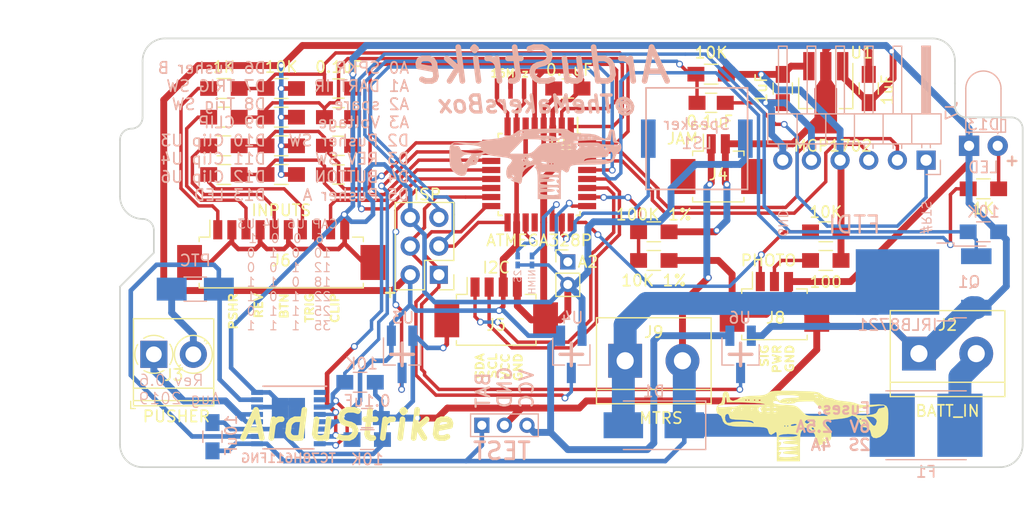
<source format=kicad_pcb>
(kicad_pcb (version 4) (host pcbnew 4.0.6)
  (title_block (date "lun. 30 mars 2015"))
  (layers (0 F.Cu signal) (31 B.Cu signal) (34 B.Paste user) (35 F.Paste user) (36 B.SilkS user) (37 F.SilkS user hide) (38 B.Mask user) (39 F.Mask user) (44 Edge.Cuts user))
  (net 0 "")
  (net 1 /Reset)
  (net 2 GND)
  (net 3 /A0)
  (net 4 /A1)
  (net 5 /A2)
  (net 6 /A3)
  (net 7 /AREF)
  (net 8 "/A4(SDA)")
  (net 9 "/A5(SCL)")
  (net 10 "/9(**)")
  (net 11 /8)
  (net 12 /7)
  (net 13 "/6(**)")
  (net 14 "/5(**)")
  (net 15 /4)
  (net 16 "/3(**)")
  (net 17 /2)
  (net 18 "/13(SCK)")
  (net 19 "/12(MISO)")
  (net 20 VCC)
  (net 21 "/11(MOSI)")
  (net 22 "/10(SS)")
  (net 23 "Net-(J3-Pad1)")
  (net 24 "/0(Rx)")
  (net 25 "/1(Tx)")
  (net 26 /Vin)
  (net 27 /#RTS)
  (net 28 "Net-(J6-Pad1)")
  (net 29 "Net-(J8-Pad2)")
  (net 30 "Net-(F1-Pad2)")
  (net 31 /BATT)
  (net 32 "Net-(F2-Pad2)")
  (net 33 "Net-(U5-Pad7)")
  (net 34 "Net-(U5-Pad8)")
  (net 35 "Net-(U2-Pad1)")
  (net 36 "Net-(U2-Pad2)")
  (net 37 "Net-(J6-Pad3)")
  (net 38 "Net-(J6-Pad5)")
  (net 39 "Net-(J6-Pad7)")
  (net 40 "Net-(D1-Pad2)")
  (net 41 "Net-(D13-Pad2)")
  (net 42 "Net-(JP1-Pad2)")
  (net 43 "Net-(JP2-Pad2)")
  (net 44 "Net-(F2-Pad1)")
  (module Pin_Headers:Pin_Header_Angled_1x06_Pitch2.54mm (layer B.Cu) (at 202.438 97.155 90)
    (fp_text reference J7 (at 4.385 2.27 90) (layer B.SilkS) (effects (justify mirror)))
    (fp_text value FTDI)
    (pad 1 thru_hole rect (at 0 0 90) (size 1.7 1.7) (drill 1) (layers *.Cu *.Mask) (net 27 /#RTS))
    (pad 2 thru_hole oval (at 0 -2.54 90) (size 1.7 1.7) (drill 1) (layers *.Cu *.Mask) (net 25 "/1(Tx)"))
    (pad 3 thru_hole oval (at 0 -5.08 90) (size 1.7 1.7) (drill 1) (layers *.Cu *.Mask) (net 24 "/0(Rx)"))
    (pad 4 thru_hole oval (at 0 -7.62 90) (size 1.7 1.7) (drill 1) (layers *.Cu *.Mask) (net 20 VCC))
    (pad 5 thru_hole oval (at 0 -10.16 90) (size 1.7 1.7) (drill 1) (layers *.Cu *.Mask) (net 2 GND))
    (pad 6 thru_hole oval (at 0 -12.7 90) (size 1.7 1.7) (drill 1) (layers *.Cu *.Mask) (net 2 GND))
  )
  (module Fuse_SMD2920 (layer B.Cu) (at 202.438 120.65)
    (fp_text reference F1 (at 0 4.13) (layer B.SilkS) (effects (justify mirror)))
    (fp_text value PTC)
    (pad 1 smd rect (at -3 0 270) (size 5.6 4) (layers B.Cu B.Paste B.Mask) (net 31 /BATT))
    (pad 2 smd rect (at 3 0 270) (size 5.6 4) (layers B.Cu B.Paste B.Mask) (net 30 "Net-(F1-Pad2)"))
  )
  (module Pin_Headers:Pin_Header_Straight_1x03_Pitch2.00mm (layer B.Cu) (at 163.068 120.65 270)
    (fp_text reference J1 hide)
    (fp_text value TEST (at 2.286 -1.778 360) (layer B.SilkS) (effects (font (size 1.5 1.5) (thickness 0.25)) (justify mirror)))
    (pad 1 thru_hole rect (at 0 0 270) (size 1.35 1.35) (drill 0.8) (layers *.Cu *.Mask) (net 31 /BATT))
    (pad 2 thru_hole oval (at 0 -2 270) (size 1.35 1.35) (drill 0.8) (layers *.Cu *.Mask) (net 2 GND))
    (pad 3 thru_hole oval (at 0 -4 270) (size 1.35 1.35) (drill 0.8) (layers *.Cu *.Mask) (net 20 VCC))
  )
  (module footprints:TerminalBlock_bornier-2_P5.08mm (layer F.Cu) (at 175.768 114.935)
    (fp_text reference J9 (at 2.54 -2.54) (layer F.SilkS))
    (fp_text value MTRS (at 3.175 5.08) (layer F.SilkS))
    (pad 1 thru_hole rect (at 0 0) (size 3 3) (drill 1.52) (layers *.Cu *.Mask) (net 40 "Net-(D1-Pad2)"))
    (pad 2 thru_hole circle (at 5.08 0) (size 3 3) (drill 1.52) (layers *.Cu *.Mask) (net 31 /BATT))
  )
  (module footprints:SolderWirePad_single_2-5mmDrill (layer F.Cu) (at 195.998 114.619)
    (fp_text reference J14 hide)
    (fp_text value NPTH)
    (pad "" np_thru_hole circle (at 0 0) (size 3 3) (drill 3) (layers *.Cu *.Mask))
  )
  (module footprints:RS_left (layer B.Cu) (at 167.767 96.52 180)
    (fp_text reference G*** hide)
    (fp_text value LOGO hide)
  )
  (module footprints:RS_left (layer F.Cu) (at 191.516 119.761)
    (fp_text reference G*** hide)
    (fp_text value LOGO hide)
  )
  (module footprints:TerminalBlock_Phoenix_PT-1,5-2-3.5-H_1x02_P3.50mm_Horizontal (layer F.Cu) (at 133.998 114.365)
    (fp_text reference J3 (at 1.765 1.84) (layer F.SilkS))
    (fp_text value PUSHER (at 2 5.5 180) (layer F.SilkS))
    (pad 1 thru_hole rect (at 0 0) (size 2.4 2.4) (drill 1.4) (layers *.Cu *.Mask) (net 23 "Net-(J3-Pad1)"))
    (pad 2 thru_hole circle (at 3.5 0) (size 2.4 2.4) (drill 1.4) (layers *.Cu *.Mask) (net 32 "Net-(F2-Pad2)"))
  )
  (module Pin_Headers:Pin_Header_Straight_2x03_Pitch2.54mm (layer F.Cu) (at 159.258 107.315 180)
    (fp_text reference CON1 hide)
    (fp_text value ISP (at 1.016 7.112 180) (layer F.SilkS))
    (pad 1 thru_hole rect (at 0 0 180) (size 1.6 1.6) (drill 1) (layers *.Cu *.Mask) (net 19 "/12(MISO)"))
    (pad 2 thru_hole oval (at 2.54 0 180) (size 1.7 1.7) (drill 1) (layers *.Cu *.Mask) (net 20 VCC))
    (pad 3 thru_hole oval (at 0 2.54 180) (size 1.7 1.7) (drill 1) (layers *.Cu *.Mask) (net 18 "/13(SCK)"))
    (pad 4 thru_hole oval (at 2.54 2.54 180) (size 1.7 1.7) (drill 1) (layers *.Cu *.Mask) (net 21 "/11(MOSI)"))
    (pad 5 thru_hole oval (at 0 5.08 180) (size 1.7 1.7) (drill 1) (layers *.Cu *.Mask) (net 1 /Reset))
    (pad 6 thru_hole oval (at 2.54 5.08 180) (size 1.7 1.7) (drill 1) (layers *.Cu *.Mask) (net 2 GND))
  )
  (module footprints:Pin_Header_Straight_1x02_Pitch2.00mm (layer F.Cu) (at 170.688 106.172)
    (fp_text reference J11 hide)
    (fp_text value A2 (at 1.778 0) (layer F.SilkS))
    (pad 1 thru_hole rect (at 0 0) (size 1.35 1.35) (drill 0.8) (layers *.Cu *.Mask) (net 5 /A2))
    (pad 2 thru_hole oval (at 0 2) (size 1.35 1.35) (drill 0.8) (layers *.Cu *.Mask) (net 2 GND))
  )
  (module footprints:TerminalBlock_bornier-2_P5.08mm (layer F.Cu) (at 201.803 114.3)
    (fp_text reference J2 (at 2.54 -2.54) (layer F.SilkS))
    (fp_text value BATT_IN (at 2.54 5.08) (layer F.SilkS))
    (pad 1 thru_hole rect (at 0 0) (size 3 3) (drill 1.52) (layers *.Cu *.Mask) (net 2 GND))
    (pad 2 thru_hole circle (at 5.08 0) (size 3 3) (drill 1.52) (layers *.Cu *.Mask) (net 30 "Net-(F1-Pad2)"))
  )
  (module footprints:C_0805_HandSoldering (layer F.Cu) (at 197.358 90.805 270)
    (fp_text reference C1 hide)
    (fp_text value 1uF (at 0.127 -1.651 270) (layer F.SilkS))
    (pad 1 smd rect (at -1.25 0 270) (size 1.5 1.25) (layers F.Cu F.Paste F.Mask) (net 26 /Vin))
    (pad 2 smd rect (at 1.25 0 270) (size 1.5 1.25) (layers F.Cu F.Paste F.Mask) (net 2 GND))
  )
  (module footprints:C_0805_HandSoldering (layer B.Cu) (at 139.192 121.666 90)
    (fp_text reference C2 hide)
    (fp_text value 10uF (at 0.127 1.651 90) (layer B.SilkS) (effects (justify mirror)))
    (pad 1 smd rect (at -1.25 0 90) (size 1.5 1.25) (layers B.Cu B.Paste B.Mask) (net 31 /BATT))
    (pad 2 smd rect (at 1.25 0 90) (size 1.5 1.25) (layers B.Cu B.Paste B.Mask) (net 2 GND))
  )
  (module footprints:C_0805_HandSoldering (layer B.Cu) (at 152.908 120.015)
    (fp_text reference C3 hide)
    (fp_text value 0.1uF (at 0 -1.524) (layer B.SilkS) (effects (justify mirror)))
    (pad 1 smd rect (at -1.25 0) (size 1.5 1.25) (layers B.Cu B.Paste B.Mask) (net 20 VCC))
    (pad 2 smd rect (at 1.25 0) (size 1.5 1.25) (layers B.Cu B.Paste B.Mask) (net 2 GND))
  )
  (module footprints:C_0805_HandSoldering (layer F.Cu) (at 189.738 90.805 270)
    (fp_text reference C4 hide)
    (fp_text value 1uF (at 0 1.905 270) (layer F.SilkS))
    (pad 1 smd rect (at -1.25 0 270) (size 1.5 1.25) (layers F.Cu F.Paste F.Mask) (net 20 VCC))
    (pad 2 smd rect (at 1.25 0 270) (size 1.5 1.25) (layers F.Cu F.Paste F.Mask) (net 2 GND))
  )
  (module footprints:C_0805_HandSoldering (layer F.Cu) (at 170.688 90.805)
    (fp_text reference C5 hide)
    (fp_text value 0.1uF (at 0.127 -1.651) (layer F.SilkS))
    (pad 1 smd rect (at -1.25 0) (size 1.5 1.25) (layers F.Cu F.Paste F.Mask) (net 20 VCC))
    (pad 2 smd rect (at 1.25 0) (size 1.5 1.25) (layers F.Cu F.Paste F.Mask) (net 2 GND))
  )
  (module footprints:C_0805_HandSoldering (layer F.Cu) (at 150.368 90.805)
    (fp_text reference C6 hide)
    (fp_text value 0.1uF (at 0 -1.905) (layer F.SilkS))
    (pad 1 smd rect (at -1.25 0) (size 1.5 1.25) (layers F.Cu F.Paste F.Mask) (net 17 /2))
    (pad 2 smd rect (at 1.25 0) (size 1.5 1.25) (layers F.Cu F.Paste F.Mask) (net 2 GND))
  )
  (module footprints:C_0805_HandSoldering (layer F.Cu) (at 150.368 93.345)
    (fp_text reference C7 hide)
    (fp_text value 0.1uF hide)
    (pad 1 smd rect (at -1.25 0) (size 1.5 1.25) (layers F.Cu F.Paste F.Mask) (net 16 "/3(**)"))
    (pad 2 smd rect (at 1.25 0) (size 1.5 1.25) (layers F.Cu F.Paste F.Mask) (net 2 GND))
  )
  (module footprints:C_0805_HandSoldering (layer F.Cu) (at 150.368 98.425)
    (fp_text reference C8 hide)
    (fp_text value 0.1uF hide)
    (pad 1 smd rect (at -1.25 0) (size 1.5 1.25) (layers F.Cu F.Paste F.Mask) (net 12 /7))
    (pad 2 smd rect (at 1.25 0) (size 1.5 1.25) (layers F.Cu F.Paste F.Mask) (net 2 GND))
  )
  (module footprints:C_0805_HandSoldering (layer F.Cu) (at 183.388 92.075 180)
    (fp_text reference C9 hide)
    (fp_text value 0.1uF (at 0.127 -1.651 180) (layer F.SilkS))
    (pad 1 smd rect (at -1.25 0 180) (size 1.5 1.25) (layers F.Cu F.Paste F.Mask) (net 27 /#RTS))
    (pad 2 smd rect (at 1.25 0 180) (size 1.5 1.25) (layers F.Cu F.Paste F.Mask) (net 1 /Reset))
  )
  (module footprints:C_0805_HandSoldering (layer F.Cu) (at 150.368 95.885)
    (fp_text reference C10 hide)
    (fp_text value 0.1uF hide)
    (pad 1 smd rect (at -1.25 0) (size 1.5 1.25) (layers F.Cu F.Paste F.Mask) (net 15 /4))
    (pad 2 smd rect (at 1.25 0) (size 1.5 1.25) (layers F.Cu F.Paste F.Mask) (net 2 GND))
  )
  (module footprints:R_0805_HandSoldering (layer B.Cu) (at 152.908 121.92 180)
    (fp_text reference R1 hide)
    (fp_text value 10K (at 0 -1.75 180) (layer B.SilkS) (effects (justify mirror)))
    (pad 1 smd rect (at -1.35 0 180) (size 1.5 1.3) (layers B.Cu B.Paste B.Mask) (net 2 GND))
    (pad 2 smd rect (at 1.35 0 180) (size 1.5 1.3) (layers B.Cu B.Paste B.Mask) (net 14 "/5(**)"))
  )
  (module footprints:R_0805_HandSoldering (layer F.Cu) (at 207.518 99.695)
    (fp_text reference R2 hide)
    (fp_text value 1K (at 0 1.75) (layer F.SilkS))
    (pad 1 smd rect (at -1.35 0) (size 1.5 1.3) (layers F.Cu F.Paste F.Mask) (net 18 "/13(SCK)"))
    (pad 2 smd rect (at 1.35 0) (size 1.5 1.3) (layers F.Cu F.Paste F.Mask) (net 41 "Net-(D13-Pad2)"))
  )
  (module footprints:R_0805_HandSoldering (layer B.Cu) (at 152.273 116.84 180)
    (fp_text reference R3 hide)
    (fp_text value 10K (at -0.127 1.651 180) (layer B.SilkS) (effects (justify mirror)))
    (pad 1 smd rect (at -1.35 0 180) (size 1.5 1.3) (layers B.Cu B.Paste B.Mask) (net 2 GND))
    (pad 2 smd rect (at 1.35 0 180) (size 1.5 1.3) (layers B.Cu B.Paste B.Mask) (net 13 "/6(**)"))
  )
  (module footprints:R_0805_HandSoldering (layer F.Cu) (at 145.288 90.805)
    (fp_text reference R4 hide)
    (fp_text value 10K (at 0 -1.905) (layer F.SilkS))
    (pad 1 smd rect (at -1.35 0) (size 1.5 1.3) (layers F.Cu F.Paste F.Mask) (net 17 /2))
    (pad 2 smd rect (at 1.35 0) (size 1.5 1.3) (layers F.Cu F.Paste F.Mask) (net 20 VCC))
  )
  (module footprints:R_0805_HandSoldering (layer F.Cu) (at 140.208 90.805)
    (fp_text reference R5 hide)
    (fp_text value 1K (at 0 -1.905) (layer F.SilkS))
    (pad 1 smd rect (at -1.35 0) (size 1.5 1.3) (layers F.Cu F.Paste F.Mask) (net 28 "Net-(J6-Pad1)"))
    (pad 2 smd rect (at 1.35 0) (size 1.5 1.3) (layers F.Cu F.Paste F.Mask) (net 17 /2))
  )
  (module footprints:R_0805_HandSoldering (layer F.Cu) (at 145.288 93.345)
    (fp_text reference R6 hide)
    (fp_text value 10K)
    (pad 1 smd rect (at -1.35 0) (size 1.5 1.3) (layers F.Cu F.Paste F.Mask) (net 16 "/3(**)"))
    (pad 2 smd rect (at 1.35 0) (size 1.5 1.3) (layers F.Cu F.Paste F.Mask) (net 20 VCC))
  )
  (module footprints:R_0805_HandSoldering (layer F.Cu) (at 140.208 93.345)
    (fp_text reference R7 hide)
    (fp_text value 1K)
    (pad 1 smd rect (at -1.35 0) (size 1.5 1.3) (layers F.Cu F.Paste F.Mask) (net 37 "Net-(J6-Pad3)"))
    (pad 2 smd rect (at 1.35 0) (size 1.5 1.3) (layers F.Cu F.Paste F.Mask) (net 16 "/3(**)"))
  )
  (module footprints:R_0805_HandSoldering (layer F.Cu) (at 178.308 103.505)
    (fp_text reference R8 hide)
    (fp_text value "100K 1%" (at 0 -1.524) (layer F.SilkS))
    (pad 1 smd rect (at -1.35 0) (size 1.5 1.3) (layers F.Cu F.Paste F.Mask) (net 6 /A3))
    (pad 2 smd rect (at 1.35 0) (size 1.5 1.3) (layers F.Cu F.Paste F.Mask) (net 26 /Vin))
  )
  (module footprints:R_0805_HandSoldering (layer B.Cu) (at 207.518 103.505 180)
    (fp_text reference R9 hide)
    (fp_text value 10K (at 0 1.778 180) (layer B.SilkS) (effects (justify mirror)))
    (pad 1 smd rect (at -1.35 0 180) (size 1.5 1.3) (layers B.Cu B.Paste B.Mask) (net 2 GND))
    (pad 2 smd rect (at 1.35 0 180) (size 1.5 1.3) (layers B.Cu B.Paste B.Mask) (net 10 "/9(**)"))
  )
  (module footprints:R_0805_HandSoldering (layer F.Cu) (at 145.288 98.425)
    (fp_text reference R10 hide)
    (fp_text value 10K)
    (pad 1 smd rect (at -1.35 0) (size 1.5 1.3) (layers F.Cu F.Paste F.Mask) (net 12 /7))
    (pad 2 smd rect (at 1.35 0) (size 1.5 1.3) (layers F.Cu F.Paste F.Mask) (net 20 VCC))
  )
  (module footprints:R_0805_HandSoldering (layer F.Cu) (at 140.208 98.425)
    (fp_text reference R11 hide)
    (fp_text value 1K)
    (pad 1 smd rect (at -1.35 0) (size 1.5 1.3) (layers F.Cu F.Paste F.Mask) (net 39 "Net-(J6-Pad7)"))
    (pad 2 smd rect (at 1.35 0) (size 1.5 1.3) (layers F.Cu F.Paste F.Mask) (net 12 /7))
  )
  (module footprints:R_0805_HandSoldering (layer F.Cu) (at 178.308 106.045)
    (fp_text reference R12 hide)
    (fp_text value "10K 1%" (at 0 1.778) (layer F.SilkS))
    (pad 1 smd rect (at -1.35 0) (size 1.5 1.3) (layers F.Cu F.Paste F.Mask) (net 6 /A3))
    (pad 2 smd rect (at 1.35 0) (size 1.5 1.3) (layers F.Cu F.Paste F.Mask) (net 2 GND))
  )
  (module footprints:R_0805_HandSoldering (layer F.Cu) (at 183.388 89.535)
    (fp_text reference R17 hide)
    (fp_text value 10K (at 0 -1.905) (layer F.SilkS))
    (pad 1 smd rect (at -1.35 0) (size 1.5 1.3) (layers F.Cu F.Paste F.Mask) (net 1 /Reset))
    (pad 2 smd rect (at 1.35 0) (size 1.5 1.3) (layers F.Cu F.Paste F.Mask) (net 20 VCC))
  )
  (module footprints:R_0805_HandSoldering (layer F.Cu) (at 140.208 95.885)
    (fp_text reference R18 hide)
    (fp_text value 1K)
    (pad 1 smd rect (at -1.35 0) (size 1.5 1.3) (layers F.Cu F.Paste F.Mask) (net 38 "Net-(J6-Pad5)"))
    (pad 2 smd rect (at 1.35 0) (size 1.5 1.3) (layers F.Cu F.Paste F.Mask) (net 15 /4))
  )
  (module footprints:R_0805_HandSoldering (layer F.Cu) (at 145.288 95.885)
    (fp_text reference R19 hide)
    (fp_text value 10K)
    (pad 1 smd rect (at -1.35 0) (size 1.5 1.3) (layers F.Cu F.Paste F.Mask) (net 15 /4))
    (pad 2 smd rect (at 1.35 0) (size 1.5 1.3) (layers F.Cu F.Paste F.Mask) (net 20 VCC))
  )
  (module footprints:R_0805_HandSoldering (layer F.Cu) (at 193.548 103.505 180)
    (fp_text reference R20 hide)
    (fp_text value 10K (at 0 1.75 180) (layer F.SilkS))
    (pad 1 smd rect (at -1.35 0 180) (size 1.5 1.3) (layers F.Cu F.Paste F.Mask) (net 20 VCC))
    (pad 2 smd rect (at 1.35 0 180) (size 1.5 1.3) (layers F.Cu F.Paste F.Mask) (net 4 /A1))
  )
  (module footprints:R_0805_HandSoldering (layer F.Cu) (at 193.548 106.045 180)
    (fp_text reference R21 hide)
    (fp_text value 100 (at 0 -1.905 180) (layer F.SilkS))
    (pad 1 smd rect (at -1.35 0 180) (size 1.5 1.3) (layers F.Cu F.Paste F.Mask) (net 20 VCC))
    (pad 2 smd rect (at 1.35 0 180) (size 1.5 1.3) (layers F.Cu F.Paste F.Mask) (net 29 "Net-(J8-Pad2)"))
  )
  (module TO_SOT_Packages_SMD:SOT-89-3_Handsoldering (layer F.Cu) (at 193.548 90.805 270)
    (fp_text reference U1 (at -3.175 -3.175 360) (layer F.SilkS))
    (fp_text value MCP1702 (at 5.08 -0.635 360) (layer F.SilkS))
    (pad 1 smd rect (at -1.98 -1.5 180) (size 1 2.5) (layers F.Cu F.Paste F.Mask) (net 2 GND))
    (pad 2 smd rect (at -1.98 0 180) (size 1 2.5) (layers F.Cu F.Paste F.Mask) (net 26 /Vin))
    (pad 3 smd rect (at -1.98 1.5 180) (size 1 2.5) (layers F.Cu F.Paste F.Mask) (net 20 VCC))
    (pad 2 smd rect (at 1.98 0 180) (size 2 4) (layers F.Cu F.Paste F.Mask) (net 26 /Vin))
    (pad 2 smd trapezoid (at -0.37 0) (size 1.5 0.75) (rect_delta 0 0.5) (layers F.Cu F.Paste F.Mask) (net 26 /Vin))
  )
  (module TO_SOT_Packages_SMD:SC-59_Handsoldering (layer B.Cu) (at 155.998 114.365 270)
    (fp_text reference U3 (at -3.24 -0.085 360) (layer B.SilkS) (effects (justify mirror)))
    (fp_text value "HALL SENSOR")
    (pad 1 smd rect (at -1.65 0.95 270) (size 1.8 0.8) (layers B.Cu B.Paste B.Mask) (net 20 VCC))
    (pad 2 smd rect (at -1.65 -0.95 270) (size 1.8 0.8) (layers B.Cu B.Paste B.Mask) (net 2 GND))
    (pad 3 smd rect (at 1.65 0 270) (size 1.8 0.8) (layers B.Cu B.Paste B.Mask) (net 22 "/10(SS)"))
  )
  (module TO_SOT_Packages_SMD:SC-59_Handsoldering (layer B.Cu) (at 170.998 114.365 270)
    (fp_text reference U4 (at -3.24 -0.071 360) (layer B.SilkS) (effects (justify mirror)))
    (fp_text value "HALL SENSOR")
    (pad 1 smd rect (at -1.65 0.95 270) (size 1.8 0.8) (layers B.Cu B.Paste B.Mask) (net 20 VCC))
    (pad 2 smd rect (at -1.65 -0.95 270) (size 1.8 0.8) (layers B.Cu B.Paste B.Mask) (net 2 GND))
    (pad 3 smd rect (at 1.65 0 270) (size 1.8 0.8) (layers B.Cu B.Paste B.Mask) (net 21 "/11(MOSI)"))
  )
  (module Housings_QFP:TQFP-32_7x7mm_Pitch0.8mm (layer F.Cu) (at 168.148 98.425 270)
    (fp_text reference U5 (at -2.54 -1.905 360) (layer F.SilkS))
    (fp_text value ATMEGA328P (at 5.842 0 360) (layer F.SilkS))
    (pad 1 smd rect (at -4.25 -2.8 270) (size 1.6 0.55) (layers F.Cu F.Paste F.Mask) (net 16 "/3(**)"))
    (pad 2 smd rect (at -4.25 -2 270) (size 1.6 0.55) (layers F.Cu F.Paste F.Mask) (net 15 /4))
    (pad 3 smd rect (at -4.25 -1.2 270) (size 1.6 0.55) (layers F.Cu F.Paste F.Mask) (net 2 GND))
    (pad 4 smd rect (at -4.25 -0.4 270) (size 1.6 0.55) (layers F.Cu F.Paste F.Mask) (net 20 VCC))
    (pad 5 smd rect (at -4.25 0.4 270) (size 1.6 0.55) (layers F.Cu F.Paste F.Mask) (net 2 GND))
    (pad 6 smd rect (at -4.25 1.2 270) (size 1.6 0.55) (layers F.Cu F.Paste F.Mask) (net 20 VCC))
    (pad 7 smd rect (at -4.25 2 270) (size 1.6 0.55) (layers F.Cu F.Paste F.Mask) (net 33 "Net-(U5-Pad7)"))
    (pad 8 smd rect (at -4.25 2.8 270) (size 1.6 0.55) (layers F.Cu F.Paste F.Mask) (net 34 "Net-(U5-Pad8)"))
    (pad 9 smd rect (at -2.8 4.25) (size 1.6 0.55) (layers F.Cu F.Paste F.Mask) (net 14 "/5(**)"))
    (pad 10 smd rect (at -2 4.25) (size 1.6 0.55) (layers F.Cu F.Paste F.Mask) (net 13 "/6(**)"))
    (pad 11 smd rect (at -1.2 4.25) (size 1.6 0.55) (layers F.Cu F.Paste F.Mask) (net 12 /7))
    (pad 12 smd rect (at -0.4 4.25) (size 1.6 0.55) (layers F.Cu F.Paste F.Mask) (net 11 /8))
    (pad 13 smd rect (at 0.4 4.25) (size 1.6 0.55) (layers F.Cu F.Paste F.Mask) (net 10 "/9(**)"))
    (pad 14 smd rect (at 1.2 4.25) (size 1.6 0.55) (layers F.Cu F.Paste F.Mask) (net 22 "/10(SS)"))
    (pad 15 smd rect (at 2 4.25) (size 1.6 0.55) (layers F.Cu F.Paste F.Mask) (net 21 "/11(MOSI)"))
    (pad 16 smd rect (at 2.8 4.25) (size 1.6 0.55) (layers F.Cu F.Paste F.Mask) (net 19 "/12(MISO)"))
    (pad 17 smd rect (at 4.25 2.8 270) (size 1.6 0.55) (layers F.Cu F.Paste F.Mask) (net 18 "/13(SCK)"))
    (pad 18 smd rect (at 4.25 2 270) (size 1.6 0.55) (layers F.Cu F.Paste F.Mask) (net 20 VCC))
    (pad 19 smd rect (at 4.25 1.2 270) (size 1.6 0.55) (layers F.Cu F.Paste F.Mask) (net 42 "Net-(JP1-Pad2)"))
    (pad 20 smd rect (at 4.25 0.4 270) (size 1.6 0.55) (layers F.Cu F.Paste F.Mask) (net 7 /AREF))
    (pad 21 smd rect (at 4.25 -0.4 270) (size 1.6 0.55) (layers F.Cu F.Paste F.Mask) (net 2 GND))
    (pad 22 smd rect (at 4.25 -1.2 270) (size 1.6 0.55) (layers F.Cu F.Paste F.Mask) (net 43 "Net-(JP2-Pad2)"))
    (pad 23 smd rect (at 4.25 -2 270) (size 1.6 0.55) (layers F.Cu F.Paste F.Mask) (net 3 /A0))
    (pad 24 smd rect (at 4.25 -2.8 270) (size 1.6 0.55) (layers F.Cu F.Paste F.Mask) (net 4 /A1))
    (pad 25 smd rect (at 2.8 -4.25) (size 1.6 0.55) (layers F.Cu F.Paste F.Mask) (net 5 /A2))
    (pad 26 smd rect (at 2 -4.25) (size 1.6 0.55) (layers F.Cu F.Paste F.Mask) (net 6 /A3))
    (pad 27 smd rect (at 1.2 -4.25) (size 1.6 0.55) (layers F.Cu F.Paste F.Mask) (net 8 "/A4(SDA)"))
    (pad 28 smd rect (at 0.4 -4.25) (size 1.6 0.55) (layers F.Cu F.Paste F.Mask) (net 9 "/A5(SCL)"))
    (pad 29 smd rect (at -0.4 -4.25) (size 1.6 0.55) (layers F.Cu F.Paste F.Mask) (net 1 /Reset))
    (pad 30 smd rect (at -1.2 -4.25) (size 1.6 0.55) (layers F.Cu F.Paste F.Mask) (net 24 "/0(Rx)"))
    (pad 31 smd rect (at -2 -4.25) (size 1.6 0.55) (layers F.Cu F.Paste F.Mask) (net 25 "/1(Tx)"))
    (pad 32 smd rect (at -2.8 -4.25) (size 1.6 0.55) (layers F.Cu F.Paste F.Mask) (net 17 /2))
  )
  (module TO_SOT_Packages_SMD:SC-59_Handsoldering (layer B.Cu) (at 185.998 114.365 270)
    (fp_text reference U6 (at -3.24 0.07 360) (layer B.SilkS) (effects (justify mirror)))
    (fp_text value "HALL SENSOR")
    (pad 1 smd rect (at -1.65 0.95 270) (size 1.8 0.8) (layers B.Cu B.Paste B.Mask) (net 20 VCC))
    (pad 2 smd rect (at -1.65 -0.95 270) (size 1.8 0.8) (layers B.Cu B.Paste B.Mask) (net 2 GND))
    (pad 3 smd rect (at 1.65 0 270) (size 1.8 0.8) (layers B.Cu B.Paste B.Mask) (net 19 "/12(MISO)"))
  )
  (module footprints:Resonator_SMD_CTSC_1.3mmx3.2mm (layer F.Cu) (at 165.608 90.805)
    (fp_text reference Y1 hide)
    (fp_text value 16Mhz (at -0.089803 -1.347038) (layer F.SilkS) (effects (font (size 0.7 0.7))))
    (pad 1 smd rect (at -1.2 0) (size 0.4 1.8) (layers F.Cu F.Paste F.Mask) (net 34 "Net-(U5-Pad8)"))
    (pad 2 smd rect (at 0 0) (size 0.4 1.8) (layers F.Cu F.Paste F.Mask) (net 2 GND))
    (pad 3 smd rect (at 1.2 0) (size 0.4 1.8) (layers F.Cu F.Paste F.Mask) (net 33 "Net-(U5-Pad7)"))
  )
  (module footprints:TO-252-2_hand_soldering (layer B.Cu) (at 202.438 107.95 180)
    (fp_text reference Q1 (at -3.81 0 180) (layer B.SilkS) (effects (justify mirror)))
    (fp_text value IRLB8721 (at 2.54 -3.81 180) (layer B.SilkS) (effects (justify mirror)))
    (pad 1 smd rect (at -4.45 2.28 180) (size 2.7 1.4) (layers B.Cu B.Paste B.Mask) (net 10 "/9(**)"))
    (pad 3 smd rect (at -4.45 -2.28 180) (size 2.7 1.4) (layers B.Cu B.Paste B.Mask) (net 2 GND))
    (pad 2 smd rect (at 2.532 0 180) (size 7.4 5.8) (layers B.Cu B.Mask) (net 40 "Net-(D1-Pad2)"))
  )
  (module Diodes_SMD:D_SMB_Handsoldering (layer B.Cu) (at 178.308 120.65 180)
    (fp_text reference D1 (at 0 3 180) (layer B.SilkS) (effects (justify mirror)))
    (fp_text value KICKBACK)
    (pad 1 smd rect (at -2.7 0 180) (size 3.5 2.3) (layers B.Cu B.Paste B.Mask) (net 31 /BATT))
    (pad 2 smd rect (at 2.7 0 180) (size 3.5 2.3) (layers B.Cu B.Paste B.Mask) (net 40 "Net-(D1-Pad2)"))
  )
  (module Connectors_Molex:Molex_PicoBlade_53261-0471_04x1.25mm_Angled (layer F.Cu) (at 164.338 109.855)
    (fp_text reference J5 (at 0 1.905) (layer F.SilkS))
    (fp_text value I2C (at 0 -3.175) (layer F.SilkS))
    (pad 1 smd rect (at -1.875 -1.45) (size 0.8 1.7) (layers F.Cu F.Paste F.Mask) (net 8 "/A4(SDA)"))
    (pad 2 smd rect (at -0.625 -1.45) (size 0.8 1.7) (layers F.Cu F.Paste F.Mask) (net 9 "/A5(SCL)"))
    (pad 3 smd rect (at 0.625 -1.45) (size 0.8 1.7) (layers F.Cu F.Paste F.Mask) (net 20 VCC))
    (pad 4 smd rect (at 1.875 -1.45) (size 0.8 1.7) (layers F.Cu F.Paste F.Mask) (net 2 GND))
    (pad 4 smd rect (at -4.375 1.45) (size 2.2 3.1) (layers F.Cu F.Paste F.Mask) (net 2 GND))
    (pad 4 smd rect (at 4.375 1.45) (size 2.2 3.1) (layers F.Cu F.Paste F.Mask) (net 2 GND))
  )
  (module Housings_SSOP:TSSOP-16-1EP_4.4x5mm_Pitch0.65mm (layer B.Cu) (at 145.923 120.015 180)
    (fp_text reference U2 hide)
    (fp_text value TC78H611FNG (at 0 -3.55 180) (layer B.SilkS) (effects (font (size 0.8 0.8)) (justify mirror)))
    (pad 1 smd rect (at -2.775 2.275 180) (size 1.05 0.45) (layers B.Cu B.Paste B.Mask) (net 35 "Net-(U2-Pad1)"))
    (pad 2 smd rect (at -2.775 1.625 180) (size 1.05 0.45) (layers B.Cu B.Paste B.Mask) (net 36 "Net-(U2-Pad2)"))
    (pad 3 smd rect (at -2.775 0.975 180) (size 1.05 0.45) (layers B.Cu B.Paste B.Mask) (net 13 "/6(**)"))
    (pad 4 smd rect (at -2.775 0.325 180) (size 1.05 0.45) (layers B.Cu B.Paste B.Mask) (net 14 "/5(**)"))
    (pad 5 smd rect (at -2.775 -0.325 180) (size 1.05 0.45) (layers B.Cu B.Paste B.Mask) (net 20 VCC))
    (pad 6 smd rect (at -2.775 -0.975 180) (size 1.05 0.45) (layers B.Cu B.Paste B.Mask) (net 20 VCC))
    (pad 7 smd rect (at -2.775 -1.625 180) (size 1.05 0.45) (layers B.Cu B.Paste B.Mask) (net 14 "/5(**)"))
    (pad 8 smd rect (at -2.775 -2.275 180) (size 1.05 0.45) (layers B.Cu B.Paste B.Mask) (net 13 "/6(**)"))
    (pad 9 smd rect (at 2.775 -2.275 180) (size 1.05 0.45) (layers B.Cu B.Paste B.Mask) (net 31 /BATT))
    (pad 10 smd rect (at 2.775 -1.625 180) (size 1.05 0.45) (layers B.Cu B.Paste B.Mask) (net 44 "Net-(F2-Pad1)"))
    (pad 11 smd rect (at 2.775 -0.975 180) (size 1.05 0.45) (layers B.Cu B.Paste B.Mask) (net 2 GND))
    (pad 12 smd rect (at 2.775 -0.325 180) (size 1.05 0.45) (layers B.Cu B.Paste B.Mask) (net 23 "Net-(J3-Pad1)"))
    (pad 13 smd rect (at 2.775 0.325 180) (size 1.05 0.45) (layers B.Cu B.Paste B.Mask) (net 23 "Net-(J3-Pad1)"))
    (pad 14 smd rect (at 2.775 0.975 180) (size 1.05 0.45) (layers B.Cu B.Paste B.Mask) (net 2 GND))
    (pad 15 smd rect (at 2.775 1.625 180) (size 1.05 0.45) (layers B.Cu B.Paste B.Mask) (net 44 "Net-(F2-Pad1)"))
    (pad 16 smd rect (at 2.775 2.275 180) (size 1.05 0.45) (layers B.Cu B.Paste B.Mask) (net 2 GND))
    (pad 16 smd rect (at 0.735 -1.3425 180) (size 1.47 0.895) (layers B.Cu B.Paste B.Mask) (net 2 GND))
    (pad 16 smd rect (at 0.735 -0.4475 180) (size 1.47 0.895) (layers B.Cu B.Paste B.Mask) (net 2 GND))
    (pad 16 smd rect (at 0.735 0.4475 180) (size 1.47 0.895) (layers B.Cu B.Paste B.Mask) (net 2 GND))
    (pad 16 smd rect (at 0.735 1.3425 180) (size 1.47 0.895) (layers B.Cu B.Paste B.Mask) (net 2 GND))
    (pad 16 smd rect (at -0.735 -1.3425 180) (size 1.47 0.895) (layers B.Cu B.Paste B.Mask) (net 2 GND))
    (pad 16 smd rect (at -0.735 -0.4475 180) (size 1.47 0.895) (layers B.Cu B.Paste B.Mask) (net 2 GND))
    (pad 16 smd rect (at -0.735 0.4475 180) (size 1.47 0.895) (layers B.Cu B.Paste B.Mask) (net 2 GND))
    (pad 16 smd rect (at -0.735 1.3425 180) (size 1.47 0.895) (layers B.Cu B.Paste B.Mask) (net 2 GND))
  )
  (module Connectors_Molex:Molex_PicoBlade_53261-0271_02x1.25mm_Angled (layer F.Cu) (at 184.023 97.155)
    (fp_text reference J4 (at 0 1.27) (layer F.SilkS))
    (fp_text value JAM (at -3.175 -1.905) (layer F.SilkS))
    (pad 1 smd rect (at -0.625 -1.45) (size 0.8 1.7) (layers F.Cu F.Paste F.Mask) (net 31 /BATT))
    (pad 2 smd rect (at 0.625 -1.45) (size 0.8 1.7) (layers F.Cu F.Paste F.Mask) (net 26 /Vin))
    (pad "" smd rect (at -3.125 1.45) (size 2.2 3.1) (layers F.Cu F.Paste F.Mask))
    (pad "" smd rect (at 3.125 1.45) (size 2.2 3.1) (layers F.Cu F.Paste F.Mask))
  )
  (module footprints:SolderWirePad_single_2-5mmDrill (layer F.Cu) (at 145.998 114.619)
    (fp_text reference J14 hide)
    (fp_text value NPTH)
    (pad "" np_thru_hole circle (at 0 0) (size 3 3) (drill 3) (layers *.Cu *.Mask))
  )
  (module footprints:PS1240_piezo (layer B.Cu) (at 182.118 95.25)
    (fp_text reference LS1 (at 0 0.4) (layer B.SilkS) (effects (justify mirror)))
    (fp_text value Speaker (at 0 -1.3) (layer B.SilkS) (effects (justify mirror)))
    (pad 1 smd rect (at -4.3 0) (size 1.3 3.4) (layers B.Cu B.Paste B.Mask) (net 3 /A0))
    (pad 2 smd rect (at 4.3 0) (size 1.3 3.4) (layers B.Cu B.Paste B.Mask) (net 2 GND))
  )
  (module Connectors_Molex:Molex_PicoBlade_53261-0371_03x1.25mm_Angled (layer F.Cu) (at 188.998 109.365)
    (fp_text reference J8 (at 0.105 1.76) (layer F.SilkS))
    (fp_text value PHOTO (at -0.53 -3.32) (layer F.SilkS))
    (pad 1 smd rect (at -1.25 -1.45) (size 0.8 1.7) (layers F.Cu F.Paste F.Mask) (net 4 /A1))
    (pad 2 smd rect (at 0 -1.45) (size 0.8 1.7) (layers F.Cu F.Paste F.Mask) (net 29 "Net-(J8-Pad2)"))
    (pad 3 smd rect (at 1.25 -1.45) (size 0.8 1.7) (layers F.Cu F.Paste F.Mask) (net 2 GND))
    (pad 3 smd rect (at -3.75 1.45) (size 2.2 3.1) (layers F.Cu F.Paste F.Mask) (net 2 GND))
    (pad 3 smd rect (at 3.75 1.45) (size 2.2 3.1) (layers F.Cu F.Paste F.Mask) (net 2 GND))
  )
  (module Connectors_Molex:Molex_PicoBlade_53261-1071_10x1.25mm_Angled (layer F.Cu) (at 145.288 104.775)
    (fp_text reference J6 (at 0 1.27) (layer F.SilkS))
    (fp_text value INPUTS (at 0 -3.175) (layer F.SilkS))
    (pad 1 smd rect (at -5.625 -1.45) (size 0.8 1.7) (layers F.Cu F.Paste F.Mask) (net 28 "Net-(J6-Pad1)"))
    (pad 2 smd rect (at -4.375 -1.45) (size 0.8 1.7) (layers F.Cu F.Paste F.Mask) (net 2 GND))
    (pad 3 smd rect (at -3.125 -1.45) (size 0.8 1.7) (layers F.Cu F.Paste F.Mask) (net 37 "Net-(J6-Pad3)"))
    (pad 4 smd rect (at -1.875 -1.45) (size 0.8 1.7) (layers F.Cu F.Paste F.Mask) (net 2 GND))
    (pad 5 smd rect (at -0.625 -1.45) (size 0.8 1.7) (layers F.Cu F.Paste F.Mask) (net 38 "Net-(J6-Pad5)"))
    (pad 6 smd rect (at 0.625 -1.45) (size 0.8 1.7) (layers F.Cu F.Paste F.Mask) (net 2 GND))
    (pad 7 smd rect (at 1.875 -1.45) (size 0.8 1.7) (layers F.Cu F.Paste F.Mask) (net 39 "Net-(J6-Pad7)"))
    (pad 8 smd rect (at 3.125 -1.45) (size 0.8 1.7) (layers F.Cu F.Paste F.Mask) (net 2 GND))
    (pad 9 smd rect (at 4.375 -1.45) (size 0.8 1.7) (layers F.Cu F.Paste F.Mask) (net 11 /8))
    (pad 10 smd rect (at 5.625 -1.45) (size 0.8 1.7) (layers F.Cu F.Paste F.Mask) (net 2 GND))
    (pad 10 smd rect (at -8.125 1.45) (size 2.2 3.1) (layers F.Cu F.Paste F.Mask) (net 2 GND))
    (pad 10 smd rect (at 8.125 1.45) (size 2.2 3.1) (layers F.Cu F.Paste F.Mask) (net 2 GND))
  )
  (module footprints:LED_D3.0mm_Horizontal_O1.27mm_Z10.0mm (layer B.Cu) (at 206.248 95.885)
    (fp_text reference D13 (at 1.27 -1.905) (layer B.SilkS) (effects (justify mirror)))
    (fp_text value LED (at 1.27 1.905) (layer B.SilkS) (effects (justify mirror)))
    (pad 1 thru_hole rect (at 0 0) (size 1.8 1.8) (drill 0.9) (layers *.Cu *.Mask) (net 2 GND))
    (pad 2 thru_hole circle (at 2.54 0) (size 1.8 1.8) (drill 0.9) (layers *.Cu *.Mask) (net 41 "Net-(D13-Pad2)"))
  )
  (module footprints:JMPR (layer B.Cu) (at 166.243 106.045 90)
    (fp_text reference JP1 hide)
    (fp_text value 2S (at -1.397 0 90) (layer B.SilkS) (effects (font (size 0.6 0.6) (thickness 0.075)) (justify mirror)))
    (pad 1 smd rect (at -0.4 0 90) (size 0.6 0.4) (layers B.Cu B.Paste B.Mask) (net 2 GND))
    (pad 2 smd rect (at 0.4 0 90) (size 0.6 0.4) (layers B.Cu B.Paste B.Mask) (net 42 "Net-(JP1-Pad2)"))
  )
  (module footprints:JMPR (layer B.Cu) (at 167.513 106.045 90)
    (fp_text reference JP2 hide)
    (fp_text value NiMH (at -1.905 0 270) (layer B.SilkS) (effects (font (size 0.6 0.6) (thickness 0.075)) (justify mirror)))
    (pad 1 smd rect (at -0.4 0 90) (size 0.6 0.4) (layers B.Cu B.Paste B.Mask) (net 2 GND))
    (pad 2 smd rect (at 0.4 0 90) (size 0.6 0.4) (layers B.Cu B.Paste B.Mask) (net 43 "Net-(JP2-Pad2)"))
  )
  (module Fuse_Holders_and_Fuses:Fuse_SMD1206_HandSoldering (layer B.Cu) (at 137.668 108.585 180)
    (fp_text reference F2 hide)
    (fp_text value PTC (at 0 2.54 180) (layer B.SilkS) (effects (justify mirror)))
    (pad 1 smd rect (at -2.09 0 90) (size 2.03 2.65) (layers B.Cu B.Paste B.Mask) (net 44 "Net-(F2-Pad1)"))
    (pad 2 smd rect (at 2.09 0 90) (size 2.03 2.65) (layers B.Cu B.Paste B.Mask) (net 32 "Net-(F2-Pad2)"))
  )
  (gr_text "Fuses:\n6V  2.5A\n2S  4A" (at 197.612 120.777) (layer B.SilkS) (effects (font (size 1 1) (thickness 0.2)) (justify left mirror)))
  (gr_text "CAP U6 U4 U3\n  6  0  0  1\n 10  0  1  0\n 12  1  0  0\n 18  0  1  1\n 22  1  0  1\n 25  1  1  0\n 35  1  1  1" (at 150.368 107.315) (layer B.SilkS) (effects (font (size 0.8 0.8) (thickness 0.1)) (justify left mirror)))
  (gr_text "BAT\nGND\nVCC" (at 165.1 119.253 90) (layer B.SilkS) (effects (font (size 1.2 1.2) (thickness 0.2)) (justify right mirror)))
  (gr_text "SIG\nPWR\nGND" (at 189.23 113.411 90) (layer F.SilkS) (effects (font (size 0.7 0.8) (thickness 0.175)) (justify right)))
  (gr_text "SDA\nSCL\nVCC\nGND" (at 164.592 114.173 90) (layer F.SilkS) (effects (font (size 0.7 0.8) (thickness 0.175)) (justify right)))
  (gr_text "PSHR\n\nREV\n\nBTN\n\nTRIG\n\nCLIP" (at 145.542 108.839 90) (layer F.SilkS) (effects (font (size 0.7 0.8) (thickness 0.175)) (justify right)))
  (gr_text + (at 154.94 108.839) (layer F.SilkS) (effects (font (size 1 1) (thickness 0.2))))
  (gr_line (start 184.998 114.365) (end 186.998 114.365) (angle 90) (layer B.SilkS) (width 0.3))
  (gr_line (start 185.998 113.365) (end 185.998 115.365) (angle 90) (layer B.SilkS) (width 0.3))
  (gr_line (start 169.998 114.365) (end 171.998 114.365) (angle 90) (layer B.SilkS) (width 0.3))
  (gr_line (start 170.998 113.365) (end 170.998 115.365) (angle 90) (layer B.SilkS) (width 0.3))
  (gr_line (start 154.998 114.365) (end 156.998 114.365) (angle 90) (layer B.SilkS) (width 0.3))
  (gr_line (start 155.998 113.365) (end 155.998 115.365) (angle 90) (layer B.SilkS) (width 0.3))
  (gr_line (start 144.018 64.135) (end 144.653 64.77) (angle 90) (layer F.SilkS) (width 0.15))
  (gr_text "#RTS" (at 202.438 102.235 270) (layer B.SilkS) (effects (font (size 0.8 0.8) (thickness 0.1)) (justify mirror)))
  (gr_line (start 130.998 122.365) (end 130.998 108.365) (angle 90) (layer Edge.Cuts) (width 0.15))
  (gr_line (start 210.998 122.365) (end 210.998 94.365) (angle 90) (layer Edge.Cuts) (width 0.15))
  (gr_text "D6 Pusher B\nD7 TRIG SW\nD8 Trig SW\nD9 CLIP\nD10 Clip U3\nD11 Clip U4\nD12 Clip U6\nD13 LED\n" (at 144.018 94.615) (layer B.SilkS) (effects (font (size 1 1)) (justify left mirror)))
  (gr_text + (at 210.058 97.155) (layer B.SilkS) (effects (font (size 1 1) (thickness 0.2)) (justify mirror)))
  (gr_text + (at 210.058 97.155) (layer F.SilkS) (effects (font (size 1 1) (thickness 0.2))))
  (gr_text ArduStrike (at 141.351 120.65) (layer F.SilkS) (effects (font (size 2.5 2.5) (thickness 0.5) italic) (justify left)))
  (gr_arc (start 132.998 103.365) (end 132.998 102.365) (angle 90) (layer Edge.Cuts) (width 0.15))
  (gr_line (start 130.998 100.365) (end 130.998 95.365) (angle 90) (layer Edge.Cuts) (width 0.15))
  (gr_arc (start 132.998 122.365) (end 132.998 124.365) (angle 90) (layer Edge.Cuts) (width 0.15))
  (gr_line (start 132.998 124.365) (end 208.998 124.365) (angle 90) (layer Edge.Cuts) (width 0.15))
  (gr_arc (start 208.998 122.365) (end 210.998 122.365) (angle 90) (layer Edge.Cuts) (width 0.15))
  (gr_line (start 204.998 88.365) (end 204.998 90.365) (angle 90) (layer Edge.Cuts) (width 0.15))
  (gr_arc (start 202.998 88.365) (end 202.998 86.365) (angle 90) (layer Edge.Cuts) (width 0.15))
  (gr_line (start 134.998 86.365) (end 202.998 86.365) (angle 90) (layer Edge.Cuts) (width 0.15))
  (gr_line (start 132.998 93.365) (end 132.998 88.365) (angle 90) (layer Edge.Cuts) (width 0.15))
  (gr_arc (start 134.998 88.365) (end 132.998 88.365) (angle 90) (layer Edge.Cuts) (width 0.15))
  (gr_arc (start 131.998 93.365) (end 132.998 93.365) (angle 90) (layer Edge.Cuts) (width 0.15))
  (gr_arc (start 131.998 95.365) (end 130.998 95.365) (angle 90) (layer Edge.Cuts) (width 0.15))
  (gr_arc (start 132.998 100.365) (end 132.998 102.365) (angle 90) (layer Edge.Cuts) (width 0.15))
  (gr_line (start 133.998 103.365) (end 133.998 105.365) (angle 90) (layer Edge.Cuts) (width 0.15))
  (gr_text "A0 SPKR\nA1 DART IR\nA2 spare\nA3 Voltage\nD2 Pusher SW\nD3 REV SW\nD4 BUTTON\nD5 Pusher A" (at 156.718 94.615) (layer B.SilkS) (effects (font (size 1 1)) (justify left mirror)))
  (gr_text FTDI (at 196.088 102.87) (layer B.SilkS) (effects (font (size 1.5 1.5) (thickness 0.2)) (justify mirror)))
  (gr_text GND (at 189.738 102.743 270) (layer B.SilkS) (effects (font (size 0.8 0.8) (thickness 0.1)) (justify mirror)))
  (gr_text @TheMakersBox (at 168.021 92.202) (layer B.SilkS) (effects (font (size 1.5 1.5) (thickness 0.3) italic) (justify mirror)))
  (gr_text ArduStrike (at 180.086 88.773) (layer B.SilkS) (effects (font (size 3 3) (thickness 0.5) italic) (justify left mirror)))
  (gr_line (start 204.998 90.365) (end 204.998 92.365) (angle 90) (layer Edge.Cuts) (width 0.15))
  (gr_line (start 205.998 93.365) (end 209.998 93.365) (angle 90) (layer Edge.Cuts) (width 0.15))
  (gr_arc (start 209.998 94.365) (end 209.998 93.365) (angle 90) (layer Edge.Cuts) (width 0.15))
  (gr_arc (start 205.998 92.365) (end 205.998 93.365) (angle 90) (layer Edge.Cuts) (width 0.15))
  (gr_line (start 133.998 105.365) (end 130.998 108.365) (angle 90) (layer Edge.Cuts) (width 0.15))
  (gr_text "Rev 0.6\nAug 2019" (at 132.588 117.475) (layer B.SilkS) (effects (font (size 1 1) (thickness 0.1)) (justify right mirror)))
  (segment (start 179.197 88.392) (end 180.34 88.392) (width 0.3048) (layer B.Cu) (net 1))
  (segment (start 172.974 88.392) (end 179.197 88.392) (width 0.3048) (layer B.Cu) (net 1))
  (segment (start 180.594 88.646) (end 181.483 89.535) (width 0.3048) (layer F.Cu) (net 1))
  (via (at 180.594 88.646) (size 0.6) (drill 0.4) (layers F.Cu B.Cu) (net 1))
  (segment (start 180.34 88.392) (end 180.594 88.646) (width 0.3048) (layer B.Cu) (net 1))
  (segment (start 181.483 89.535) (end 182.038 89.535) (width 0.3048) (layer F.Cu) (net 1))
  (segment (start 174.625 98.044) (end 174.625 90.043) (width 0.3048) (layer B.Cu) (net 1))
  (segment (start 174.625 90.043) (end 172.974 88.392) (width 0.3048) (layer B.Cu) (net 1))
  (segment (start 159.258 102.235) (end 159.258 101.473) (width 0.3048) (layer B.Cu) (net 1))
  (segment (start 159.258 101.473) (end 152.698404 94.913404) (width 0.3048) (layer B.Cu) (net 1))
  (segment (start 154.555802 88.392) (end 172.974 88.392) (width 0.3048) (layer B.Cu) (net 1))
  (segment (start 152.698404 90.249398) (end 154.555802 88.392) (width 0.3048) (layer B.Cu) (net 1))
  (segment (start 152.698404 94.913404) (end 152.698404 90.249398) (width 0.3048) (layer B.Cu) (net 1))
  (segment (start 182.138 92.075) (end 182.138 89.635) (width 0.3048) (layer F.Cu) (net 1))
  (segment (start 182.138 89.635) (end 182.038 89.535) (width 0.3048) (layer F.Cu) (net 1))
  (segment (start 172.398 98.025) (end 174.606 98.025) (width 0.3048) (layer F.Cu) (net 1))
  (via (at 174.625 98.044) (size 0.6) (drill 0.4) (layers F.Cu B.Cu) (net 1))
  (segment (start 174.606 98.025) (end 174.625 98.044) (width 0.3048) (layer F.Cu) (net 1))
  (segment (start 189.738 97.155) (end 189.738 95.885) (width 0.6096) (layer B.Cu) (net 2))
  (segment (start 188.7474 92.6084) (end 188.214 92.075) (width 0.6096) (layer B.Cu) (net 2))
  (segment (start 188.7474 94.8944) (end 188.7474 92.6084) (width 0.6096) (layer B.Cu) (net 2))
  (segment (start 189.738 95.885) (end 188.7474 94.8944) (width 0.6096) (layer B.Cu) (net 2))
  (segment (start 192.278 97.155) (end 192.278 94.361) (width 0.6096) (layer B.Cu) (net 2))
  (segment (start 192.278 94.361) (end 189.992 92.075) (width 0.6096) (layer B.Cu) (net 2))
  (segment (start 189.992 92.075) (end 188.214 92.075) (width 0.6096) (layer B.Cu) (net 2))
  (segment (start 185.166 97.536) (end 185.928 97.536) (width 0.6096) (layer B.Cu) (net 2))
  (segment (start 171.355 108.172) (end 172.466 107.061) (width 0.6096) (layer B.Cu) (net 2))
  (segment (start 172.466 103.124) (end 172.466 107.061) (width 0.6096) (layer B.Cu) (net 2))
  (segment (start 172.974 102.616) (end 172.466 103.124) (width 0.6096) (layer B.Cu) (net 2))
  (segment (start 178.816 102.616) (end 172.974 102.616) (width 0.6096) (layer B.Cu) (net 2))
  (segment (start 179.832 101.6) (end 178.816 102.616) (width 0.6096) (layer B.Cu) (net 2))
  (segment (start 179.832 99.695) (end 179.832 101.6) (width 0.6096) (layer B.Cu) (net 2))
  (segment (start 181.991 97.536) (end 179.832 99.695) (width 0.6096) (layer B.Cu) (net 2))
  (segment (start 185.166 97.536) (end 181.991 97.536) (width 0.6096) (layer B.Cu) (net 2))
  (segment (start 186.418 97.046) (end 186.418 95.25) (width 0.6096) (layer B.Cu) (net 2))
  (segment (start 185.928 97.536) (end 186.418 97.046) (width 0.6096) (layer B.Cu) (net 2))
  (segment (start 168.021 119.126) (end 166.592 119.126) (width 0.6096) (layer F.Cu) (net 2))
  (segment (start 166.592 119.126) (end 165.068 120.65) (width 0.6096) (layer F.Cu) (net 2))
  (segment (start 192.748 110.815) (end 192.748 113.957) (width 0.6096) (layer F.Cu) (net 2))
  (via (at 157.353 120.015) (size 0.6) (drill 0.4) (layers F.Cu B.Cu) (net 2))
  (segment (start 157.353 120.015) (end 154.158 120.015) (width 0.6096) (layer B.Cu) (net 2))
  (segment (start 159.131 120.015) (end 157.353 120.015) (width 0.6096) (layer F.Cu) (net 2))
  (segment (start 160.02 119.126) (end 159.131 120.015) (width 0.6096) (layer F.Cu) (net 2))
  (segment (start 171.704 119.126) (end 168.021 119.126) (width 0.6096) (layer F.Cu) (net 2))
  (segment (start 168.021 119.126) (end 160.02 119.126) (width 0.6096) (layer F.Cu) (net 2))
  (segment (start 172.339 118.491) (end 171.704 119.126) (width 0.6096) (layer F.Cu) (net 2))
  (segment (start 188.214 118.491) (end 172.339 118.491) (width 0.6096) (layer F.Cu) (net 2))
  (segment (start 192.748 113.957) (end 188.214 118.491) (width 0.6096) (layer F.Cu) (net 2))
  (segment (start 167.513 106.445) (end 168.961 106.445) (width 0.3048) (layer B.Cu) (net 2))
  (segment (start 168.961 106.445) (end 170.688 108.172) (width 0.3048) (layer B.Cu) (net 2))
  (segment (start 166.243 106.445) (end 167.513 106.445) (width 0.3048) (layer B.Cu) (net 2))
  (segment (start 145.188 119.5675) (end 145.188 118.6725) (width 0.4064) (layer B.Cu) (net 2))
  (segment (start 145.188 120.4625) (end 145.188 119.5675) (width 0.4064) (layer B.Cu) (net 2))
  (segment (start 145.188 121.3575) (end 145.188 120.4625) (width 0.4064) (layer B.Cu) (net 2))
  (segment (start 146.658 121.3575) (end 145.188 121.3575) (width 0.4064) (layer B.Cu) (net 2))
  (segment (start 146.658 120.4625) (end 146.658 121.3575) (width 0.4064) (layer B.Cu) (net 2))
  (segment (start 146.658 119.5675) (end 146.658 120.4625) (width 0.4064) (layer B.Cu) (net 2))
  (segment (start 146.658 118.6725) (end 146.658 119.5675) (width 0.4064) (layer B.Cu) (net 2))
  (segment (start 145.188 118.6725) (end 146.658 118.6725) (width 0.4064) (layer B.Cu) (net 2))
  (segment (start 156.718 102.235) (end 156.718 102.489) (width 0.4064) (layer B.Cu) (net 2))
  (segment (start 156.718 102.489) (end 157.988 103.759) (width 0.4064) (layer B.Cu) (net 2))
  (segment (start 157.988 103.759) (end 157.988 108.839) (width 0.4064) (layer B.Cu) (net 2))
  (segment (start 157.988 108.839) (end 158.877 109.728) (width 0.4064) (layer B.Cu) (net 2))
  (segment (start 158.877 109.728) (end 169.132 109.728) (width 0.4064) (layer B.Cu) (net 2))
  (segment (start 169.132 109.728) (end 170.688 108.172) (width 0.4064) (layer B.Cu) (net 2))
  (segment (start 190.248 107.915) (end 195.742 107.915) (width 0.6096) (layer F.Cu) (net 2))
  (segment (start 206.248 97.409) (end 206.248 95.885) (width 0.6096) (layer F.Cu) (net 2))
  (segment (start 195.742 107.915) (end 206.248 97.409) (width 0.6096) (layer F.Cu) (net 2))
  (segment (start 206.248 95.885) (end 206.248 94.361) (width 0.6096) (layer B.Cu) (net 2))
  (segment (start 205.994 94.107) (end 199.39 87.503) (width 0.6096) (layer B.Cu) (net 2))
  (segment (start 206.248 94.361) (end 205.994 94.107) (width 0.6096) (layer B.Cu) (net 2))
  (segment (start 208.868 103.505) (end 208.788 103.505) (width 0.6096) (layer B.Cu) (net 2))
  (segment (start 208.788 103.505) (end 206.248 100.965) (width 0.6096) (layer B.Cu) (net 2))
  (segment (start 206.248 100.965) (end 206.248 95.885) (width 0.6096) (layer B.Cu) (net 2))
  (segment (start 186.418 95.25) (end 186.418 94.343) (width 0.6096) (layer B.Cu) (net 2))
  (segment (start 171.355 108.172) (end 170.688 108.172) (width 0.6096) (layer B.Cu) (net 2))
  (segment (start 168.713 111.305) (end 170 111.305) (width 0.6096) (layer F.Cu) (net 2))
  (segment (start 170 111.305) (end 170.688 110.617) (width 0.6096) (layer F.Cu) (net 2))
  (segment (start 170.688 110.617) (end 170.688 108.172) (width 0.6096) (layer F.Cu) (net 2))
  (segment (start 171.948 112.715) (end 171.948 109.432) (width 0.6096) (layer B.Cu) (net 2))
  (segment (start 171.948 109.432) (end 170.688 108.172) (width 0.6096) (layer B.Cu) (net 2))
  (segment (start 185.248 110.815) (end 185.248 107.27) (width 0.6096) (layer F.Cu) (net 2))
  (segment (start 184.023 106.045) (end 179.658 106.045) (width 0.6096) (layer F.Cu) (net 2))
  (segment (start 185.248 107.27) (end 184.023 106.045) (width 0.6096) (layer F.Cu) (net 2))
  (segment (start 183.134 86.995) (end 198.882 86.995) (width 0.6096) (layer B.Cu) (net 2))
  (segment (start 198.882 86.995) (end 199.39 87.503) (width 0.6096) (layer B.Cu) (net 2))
  (segment (start 199.517 89.896) (end 197.358 92.055) (width 0.6096) (layer F.Cu) (net 2))
  (segment (start 199.39 87.503) (end 199.517 87.63) (width 0.6096) (layer F.Cu) (net 2))
  (via (at 199.39 87.503) (size 0.6) (drill 0.4) (layers F.Cu B.Cu) (net 2))
  (segment (start 199.517 87.63) (end 199.517 89.896) (width 0.6096) (layer F.Cu) (net 2))
  (segment (start 140.843 115.57) (end 140.843 112.014) (width 0.4064) (layer B.Cu) (net 2))
  (segment (start 143.013 117.74) (end 140.843 115.57) (width 0.4064) (layer B.Cu) (net 2))
  (segment (start 140.843 112.014) (end 150.876 101.981) (width 0.4064) (layer B.Cu) (net 2))
  (segment (start 156.948 112.715) (end 157.165 112.715) (width 0.4064) (layer B.Cu) (net 2))
  (segment (start 157.165 112.715) (end 158.242 113.792) (width 0.4064) (layer B.Cu) (net 2))
  (segment (start 159.963 113.468) (end 159.963 111.305) (width 0.4064) (layer F.Cu) (net 2))
  (segment (start 159.639 113.792) (end 159.963 113.468) (width 0.4064) (layer F.Cu) (net 2))
  (via (at 159.639 113.792) (size 0.6) (drill 0.4) (layers F.Cu B.Cu) (net 2))
  (segment (start 158.242 113.792) (end 159.639 113.792) (width 0.4064) (layer B.Cu) (net 2))
  (segment (start 156.948 112.715) (end 156.948 118.515) (width 0.4064) (layer B.Cu) (net 2))
  (segment (start 155.448 120.015) (end 154.158 120.015) (width 0.4064) (layer B.Cu) (net 2))
  (segment (start 156.948 118.515) (end 155.448 120.015) (width 0.4064) (layer B.Cu) (net 2))
  (segment (start 153.623 116.84) (end 153.623 117.936) (width 0.4064) (layer B.Cu) (net 2))
  (segment (start 154.158 118.471) (end 154.158 120.015) (width 0.4064) (layer B.Cu) (net 2))
  (segment (start 153.623 117.936) (end 154.158 118.471) (width 0.4064) (layer B.Cu) (net 2))
  (segment (start 153.623 119.48) (end 154.158 120.015) (width 0.4064) (layer B.Cu) (net 2))
  (segment (start 156.718 102.235) (end 156.718 99.822) (width 0.4064) (layer B.Cu) (net 2))
  (segment (start 156.718 99.822) (end 154.432 97.536) (width 0.4064) (layer B.Cu) (net 2))
  (segment (start 154.432 97.536) (end 153.384204 97.536) (width 0.4064) (layer B.Cu) (net 2))
  (segment (start 153.384204 97.536) (end 152.749204 98.171) (width 0.4064) (layer B.Cu) (net 2))
  (segment (start 152.749204 98.171) (end 152.749204 100.171204) (width 0.4064) (layer B.Cu) (net 2))
  (segment (start 152.749204 100.171204) (end 153.416 100.838) (width 0.4064) (layer B.Cu) (net 2))
  (segment (start 153.416 100.838) (end 153.416 101.981) (width 0.4064) (layer B.Cu) (net 2))
  (segment (start 153.416 101.981) (end 152.781 102.616) (width 0.4064) (layer B.Cu) (net 2))
  (segment (start 152.781 102.616) (end 151.511 102.616) (width 0.4064) (layer B.Cu) (net 2))
  (segment (start 151.511 102.616) (end 150.876 101.981) (width 0.4064) (layer B.Cu) (net 2))
  (segment (start 167.748 94.175) (end 167.748 90.062) (width 0.4064) (layer F.Cu) (net 2))
  (segment (start 167.748 90.062) (end 168.529 89.281) (width 0.4064) (layer F.Cu) (net 2))
  (segment (start 165.608 90.805) (end 165.608 89.916) (width 0.4064) (layer F.Cu) (net 2))
  (segment (start 165.608 89.916) (end 166.243 89.281) (width 0.4064) (layer F.Cu) (net 2))
  (segment (start 166.243 89.281) (end 168.529 89.281) (width 0.4064) (layer F.Cu) (net 2))
  (segment (start 168.529 89.281) (end 171.196 89.281) (width 0.4064) (layer F.Cu) (net 2))
  (segment (start 171.196 89.281) (end 171.938 90.023) (width 0.4064) (layer F.Cu) (net 2))
  (segment (start 171.938 90.023) (end 171.938 90.805) (width 0.4064) (layer F.Cu) (net 2))
  (segment (start 169.348 94.175) (end 169.348 92.78) (width 0.4064) (layer F.Cu) (net 2))
  (segment (start 170.922 91.821) (end 171.938 90.805) (width 0.4064) (layer F.Cu) (net 2))
  (segment (start 170.307 91.821) (end 170.922 91.821) (width 0.4064) (layer F.Cu) (net 2))
  (segment (start 169.348 92.78) (end 170.307 91.821) (width 0.4064) (layer F.Cu) (net 2))
  (segment (start 168.548 102.675) (end 168.548 98.787) (width 0.6096) (layer F.Cu) (net 2))
  (segment (start 169.348 97.987) (end 169.348 94.175) (width 0.6096) (layer F.Cu) (net 2))
  (segment (start 168.548 98.787) (end 169.348 97.987) (width 0.6096) (layer F.Cu) (net 2))
  (segment (start 166.213 108.405) (end 166.213 110.079) (width 0.6096) (layer F.Cu) (net 2))
  (segment (start 167.439 111.305) (end 168.713 111.305) (width 0.6096) (layer F.Cu) (net 2))
  (segment (start 166.213 110.079) (end 167.439 111.305) (width 0.6096) (layer F.Cu) (net 2))
  (segment (start 168.548 102.675) (end 168.548 111.14) (width 0.6096) (layer F.Cu) (net 2))
  (segment (start 168.548 111.14) (end 168.713 111.305) (width 0.6096) (layer F.Cu) (net 2))
  (segment (start 151.638 89.535) (end 151.638 88.138) (width 0.6096) (layer B.Cu) (net 2))
  (segment (start 151.638 88.138) (end 152.781 86.995) (width 0.6096) (layer B.Cu) (net 2))
  (segment (start 152.781 86.995) (end 183.134 86.995) (width 0.6096) (layer B.Cu) (net 2))
  (segment (start 183.134 86.995) (end 188.214 92.075) (width 0.6096) (layer B.Cu) (net 2))
  (segment (start 188.234 92.055) (end 189.738 92.055) (width 0.6096) (layer F.Cu) (net 2))
  (via (at 188.214 92.075) (size 0.6) (drill 0.4) (layers F.Cu B.Cu) (net 2))
  (segment (start 188.214 92.075) (end 188.234 92.055) (width 0.6096) (layer F.Cu) (net 2))
  (segment (start 195.048 88.825) (end 195.048 89.745) (width 0.6096) (layer F.Cu) (net 2))
  (segment (start 195.048 89.745) (end 197.358 92.055) (width 0.6096) (layer F.Cu) (net 2))
  (segment (start 150.913 103.325) (end 150.913 102.018) (width 0.4064) (layer F.Cu) (net 2))
  (segment (start 150.913 102.018) (end 150.876 101.981) (width 0.4064) (layer F.Cu) (net 2))
  (via (at 150.876 101.981) (size 0.6) (drill 0.4) (layers F.Cu B.Cu) (net 2))
  (segment (start 151.618 89.555) (end 151.618 90.805) (width 0.4064) (layer F.Cu) (net 2))
  (segment (start 151.638 89.535) (end 151.618 89.555) (width 0.4064) (layer F.Cu) (net 2))
  (via (at 151.638 89.535) (size 0.6) (drill 0.4) (layers F.Cu B.Cu) (net 2))
  (segment (start 151.638 101.219) (end 151.638 89.535) (width 0.4064) (layer B.Cu) (net 2))
  (segment (start 150.876 101.981) (end 151.638 101.219) (width 0.4064) (layer B.Cu) (net 2))
  (segment (start 140.913 103.325) (end 140.913 104.324) (width 0.4064) (layer F.Cu) (net 2))
  (segment (start 139.012 106.225) (end 137.163 106.225) (width 0.4064) (layer F.Cu) (net 2))
  (segment (start 140.913 104.324) (end 139.012 106.225) (width 0.4064) (layer F.Cu) (net 2))
  (segment (start 150.913 103.325) (end 150.913 104.558) (width 0.4064) (layer F.Cu) (net 2))
  (segment (start 150.913 104.558) (end 152.58 106.225) (width 0.4064) (layer F.Cu) (net 2))
  (segment (start 152.58 106.225) (end 153.413 106.225) (width 0.4064) (layer F.Cu) (net 2))
  (segment (start 148.413 103.325) (end 148.413 104.344) (width 0.4064) (layer F.Cu) (net 2))
  (segment (start 150.913 104.484) (end 150.913 103.325) (width 0.4064) (layer F.Cu) (net 2))
  (segment (start 150.368 105.029) (end 150.913 104.484) (width 0.4064) (layer F.Cu) (net 2))
  (segment (start 149.098 105.029) (end 150.368 105.029) (width 0.4064) (layer F.Cu) (net 2))
  (segment (start 148.413 104.344) (end 149.098 105.029) (width 0.4064) (layer F.Cu) (net 2))
  (segment (start 145.913 103.325) (end 145.913 104.384) (width 0.4064) (layer F.Cu) (net 2))
  (segment (start 148.413 104.444) (end 148.413 103.325) (width 0.4064) (layer F.Cu) (net 2))
  (segment (start 147.828 105.029) (end 148.413 104.444) (width 0.4064) (layer F.Cu) (net 2))
  (segment (start 146.558 105.029) (end 147.828 105.029) (width 0.4064) (layer F.Cu) (net 2))
  (segment (start 145.913 104.384) (end 146.558 105.029) (width 0.4064) (layer F.Cu) (net 2))
  (segment (start 143.413 103.325) (end 143.413 104.424) (width 0.4064) (layer F.Cu) (net 2))
  (segment (start 145.913 104.658) (end 145.913 103.325) (width 0.4064) (layer F.Cu) (net 2))
  (segment (start 145.542 105.029) (end 145.913 104.658) (width 0.4064) (layer F.Cu) (net 2))
  (segment (start 144.018 105.029) (end 145.542 105.029) (width 0.4064) (layer F.Cu) (net 2))
  (segment (start 143.413 104.424) (end 144.018 105.029) (width 0.4064) (layer F.Cu) (net 2))
  (segment (start 140.913 103.325) (end 140.913 104.464) (width 0.4064) (layer F.Cu) (net 2))
  (segment (start 143.413 104.618) (end 143.413 103.325) (width 0.4064) (layer F.Cu) (net 2))
  (segment (start 143.002 105.029) (end 143.413 104.618) (width 0.4064) (layer F.Cu) (net 2))
  (segment (start 141.478 105.029) (end 143.002 105.029) (width 0.4064) (layer F.Cu) (net 2))
  (segment (start 140.913 104.464) (end 141.478 105.029) (width 0.4064) (layer F.Cu) (net 2))
  (segment (start 151.618 93.345) (end 151.618 90.805) (width 0.4064) (layer F.Cu) (net 2))
  (segment (start 151.618 95.885) (end 151.618 93.345) (width 0.4064) (layer F.Cu) (net 2))
  (segment (start 151.618 98.425) (end 151.618 95.885) (width 0.4064) (layer F.Cu) (net 2))
  (segment (start 143.148 117.74) (end 143.013 117.74) (width 0.4064) (layer B.Cu) (net 2))
  (segment (start 154.258 121.92) (end 154.258 122.376598) (width 0.4064) (layer B.Cu) (net 2))
  (segment (start 154.258 122.376598) (end 153.444598 123.19) (width 0.4064) (layer B.Cu) (net 2))
  (segment (start 147.193 123.19) (end 145.3605 121.3575) (width 0.4064) (layer B.Cu) (net 2))
  (segment (start 153.444598 123.19) (end 147.193 123.19) (width 0.4064) (layer B.Cu) (net 2))
  (segment (start 145.3605 121.3575) (end 145.188 121.3575) (width 0.4064) (layer B.Cu) (net 2))
  (segment (start 143.148 117.74) (end 144.2555 117.74) (width 0.4064) (layer B.Cu) (net 2))
  (segment (start 144.2555 117.74) (end 145.188 118.6725) (width 0.4064) (layer B.Cu) (net 2))
  (segment (start 143.148 119.04) (end 144.6605 119.04) (width 0.4064) (layer B.Cu) (net 2))
  (segment (start 144.6605 119.04) (end 145.188 119.5675) (width 0.4064) (layer B.Cu) (net 2))
  (segment (start 143.148 120.99) (end 144.8205 120.99) (width 0.4064) (layer B.Cu) (net 2))
  (segment (start 144.8205 120.99) (end 145.188 121.3575) (width 0.4064) (layer B.Cu) (net 2))
  (segment (start 143.148 120.99) (end 140.802 120.99) (width 0.4064) (layer B.Cu) (net 2))
  (segment (start 140.228 120.416) (end 139.192 120.416) (width 0.4064) (layer B.Cu) (net 2))
  (segment (start 140.802 120.99) (end 140.228 120.416) (width 0.4064) (layer B.Cu) (net 2))
  (segment (start 186.948 112.715) (end 186.948 112.040202) (width 0.4064) (layer B.Cu) (net 2))
  (segment (start 185.248 110.815) (end 184.968 110.815) (width 0.6096) (layer F.Cu) (net 2))
  (segment (start 188.27 110.815) (end 185.248 110.815) (width 0.6096) (layer F.Cu) (net 2))
  (segment (start 190.248 108.837) (end 188.27 110.815) (width 0.6096) (layer F.Cu) (net 2))
  (segment (start 192.748 110.815) (end 191.968 110.815) (width 0.6096) (layer F.Cu) (net 2))
  (segment (start 191.968 110.815) (end 190.248 109.095) (width 0.6096) (layer F.Cu) (net 2))
  (segment (start 201.803 114.3) (end 199.39 111.887) (width 0.6096) (layer F.Cu) (net 2))
  (segment (start 199.39 111.887) (end 193.82 111.887) (width 0.6096) (layer F.Cu) (net 2))
  (segment (start 193.82 111.887) (end 192.748 110.815) (width 0.6096) (layer F.Cu) (net 2))
  (segment (start 153.523 116.94) (end 153.623 116.84) (width 0.6096) (layer B.Cu) (net 2))
  (segment (start 154.258 121.92) (end 154.258 120.115) (width 0.6096) (layer B.Cu) (net 2))
  (segment (start 154.258 120.115) (end 154.158 120.015) (width 0.6096) (layer B.Cu) (net 2))
  (segment (start 186.948 112.715) (end 187.894 112.715) (width 0.6096) (layer B.Cu) (net 2))
  (segment (start 199.39 111.887) (end 201.803 114.3) (width 0.6096) (layer B.Cu) (net 2))
  (segment (start 188.722 111.887) (end 199.39 111.887) (width 0.6096) (layer B.Cu) (net 2))
  (segment (start 187.894 112.715) (end 188.722 111.887) (width 0.6096) (layer B.Cu) (net 2))
  (segment (start 206.888 110.23) (end 207.651 110.23) (width 0.6096) (layer B.Cu) (net 2))
  (segment (start 207.651 110.23) (end 209.55 108.331) (width 0.6096) (layer B.Cu) (net 2))
  (segment (start 209.55 104.187) (end 208.868 103.505) (width 0.6096) (layer B.Cu) (net 2))
  (segment (start 209.55 108.331) (end 209.55 104.187) (width 0.6096) (layer B.Cu) (net 2))
  (segment (start 201.803 114.3) (end 202.438 114.3) (width 2.032) (layer B.Cu) (net 2))
  (segment (start 202.438 114.3) (end 206.508 110.23) (width 2.032) (layer B.Cu) (net 2))
  (segment (start 206.508 110.23) (end 206.888 110.23) (width 2.032) (layer B.Cu) (net 2))
  (segment (start 172.085 101.854) (end 176.276 101.854) (width 0.3048) (layer B.Cu) (net 3))
  (segment (start 170.148 103.727) (end 170.561 104.14) (width 0.3048) (layer F.Cu) (net 3))
  (via (at 170.561 104.14) (size 0.6) (drill 0.4) (layers F.Cu B.Cu) (net 3))
  (segment (start 170.561 104.14) (end 171.323 103.378) (width 0.3048) (layer B.Cu) (net 3))
  (segment (start 171.323 103.378) (end 171.323 102.616) (width 0.3048) (layer B.Cu) (net 3))
  (segment (start 171.323 102.616) (end 172.085 101.854) (width 0.3048) (layer B.Cu) (net 3))
  (segment (start 170.148 102.675) (end 170.148 103.727) (width 0.3048) (layer F.Cu) (net 3))
  (segment (start 177.818 100.312) (end 177.818 95.25) (width 0.3048) (layer B.Cu) (net 3))
  (segment (start 176.276 101.854) (end 177.818 100.312) (width 0.3048) (layer B.Cu) (net 3))
  (segment (start 177.818 96.756) (end 177.818 95.25) (width 0.3048) (layer B.Cu) (net 3))
  (segment (start 170.948 102.675) (end 172.271 102.675) (width 0.3048) (layer F.Cu) (net 4))
  (segment (start 172.271 102.675) (end 173.355 103.759) (width 0.3048) (layer F.Cu) (net 4))
  (segment (start 187.833 105.537) (end 187.748 105.622) (width 0.3048) (layer F.Cu) (net 4))
  (via (at 187.833 105.537) (size 0.6) (drill 0.4) (layers F.Cu B.Cu) (net 4))
  (segment (start 185.039 108.331) (end 187.833 105.537) (width 0.3048) (layer B.Cu) (net 4))
  (segment (start 178.054 108.331) (end 185.039 108.331) (width 0.3048) (layer B.Cu) (net 4))
  (segment (start 173.355 103.759) (end 178.054 108.331) (width 0.3048) (layer B.Cu) (net 4))
  (via (at 173.355 103.759) (size 0.6) (drill 0.4) (layers F.Cu B.Cu) (net 4))
  (segment (start 173.296 103.818) (end 173.355 103.759) (width 0.3048) (layer F.Cu) (net 4))
  (segment (start 187.748 107.915) (end 187.748 105.622) (width 0.3048) (layer F.Cu) (net 4))
  (segment (start 189.865 103.505) (end 192.198 103.505) (width 0.3048) (layer F.Cu) (net 4))
  (segment (start 187.748 105.622) (end 189.865 103.505) (width 0.3048) (layer F.Cu) (net 4))
  (segment (start 172.398 101.225) (end 171.075 101.225) (width 0.3048) (layer F.Cu) (net 5))
  (segment (start 169.672 105.156) (end 170.688 106.172) (width 0.3048) (layer B.Cu) (net 5))
  (segment (start 169.672 102.108) (end 169.672 105.156) (width 0.3048) (layer B.Cu) (net 5))
  (segment (start 170.815 100.965) (end 169.672 102.108) (width 0.3048) (layer B.Cu) (net 5))
  (via (at 170.815 100.965) (size 0.6) (drill 0.4) (layers F.Cu B.Cu) (net 5))
  (segment (start 171.075 101.225) (end 170.815 100.965) (width 0.3048) (layer F.Cu) (net 5))
  (segment (start 172.398 100.425) (end 173.831 100.425) (width 0.3048) (layer F.Cu) (net 6))
  (segment (start 177.038 101.473) (end 177.038 103.425) (width 0.3048) (layer F.Cu) (net 6))
  (segment (start 176.022 100.457) (end 177.038 101.473) (width 0.3048) (layer F.Cu) (net 6))
  (via (at 176.022 100.457) (size 0.6) (drill 0.4) (layers F.Cu B.Cu) (net 6))
  (segment (start 173.863 100.457) (end 176.022 100.457) (width 0.3048) (layer B.Cu) (net 6))
  (via (at 173.863 100.457) (size 0.6) (drill 0.4) (layers F.Cu B.Cu) (net 6))
  (segment (start 173.831 100.425) (end 173.863 100.457) (width 0.3048) (layer F.Cu) (net 6))
  (segment (start 177.038 103.425) (end 176.958 103.505) (width 0.3048) (layer F.Cu) (net 6))
  (segment (start 176.958 106.045) (end 176.958 103.505) (width 0.3048) (layer F.Cu) (net 6))
  (segment (start 173.018904 105.286198) (end 172.970802 105.286198) (width 0.3048) (layer F.Cu) (net 8))
  (segment (start 174.222102 99.625) (end 174.752 100.154898) (width 0.3048) (layer F.Cu) (net 8))
  (segment (start 174.752 100.154898) (end 174.752 103.553102) (width 0.3048) (layer F.Cu) (net 8))
  (segment (start 174.752 103.553102) (end 173.018904 105.286198) (width 0.3048) (layer F.Cu) (net 8))
  (segment (start 172.398 99.625) (end 174.222102 99.625) (width 0.3048) (layer F.Cu) (net 8))
  (segment (start 162.463 111.028) (end 162.463 108.405) (width 0.3048) (layer F.Cu) (net 8))
  (segment (start 162.941 111.506) (end 162.463 111.028) (width 0.3048) (layer F.Cu) (net 8))
  (via (at 162.941 111.506) (size 0.6) (drill 0.4) (layers F.Cu B.Cu) (net 8))
  (segment (start 164.465 111.506) (end 162.941 111.506) (width 0.3048) (layer B.Cu) (net 8))
  (via (at 164.465 111.506) (size 0.6) (drill 0.4) (layers F.Cu B.Cu) (net 8))
  (segment (start 166.243 113.284) (end 164.465 111.506) (width 0.3048) (layer F.Cu) (net 8))
  (segment (start 170.736102 113.284) (end 166.243 113.284) (width 0.3048) (layer F.Cu) (net 8))
  (segment (start 172.723198 111.296904) (end 170.736102 113.284) (width 0.3048) (layer F.Cu) (net 8))
  (segment (start 172.723198 105.533802) (end 172.723198 111.296904) (width 0.3048) (layer F.Cu) (net 8))
  (segment (start 172.970802 105.286198) (end 172.723198 105.533802) (width 0.3048) (layer F.Cu) (net 8))
  (segment (start 173.228 105.791) (end 173.228 111.506) (width 0.3048) (layer F.Cu) (net 9))
  (segment (start 172.398 98.825) (end 174.136 98.825) (width 0.3048) (layer F.Cu) (net 9))
  (segment (start 174.136 98.825) (end 175.26 99.949) (width 0.3048) (layer F.Cu) (net 9))
  (segment (start 175.26 99.949) (end 175.26 103.759) (width 0.3048) (layer F.Cu) (net 9))
  (segment (start 175.26 103.759) (end 173.228 105.791) (width 0.3048) (layer F.Cu) (net 9))
  (segment (start 163.713 111.77) (end 163.713 108.405) (width 0.3048) (layer F.Cu) (net 9))
  (segment (start 165.735 113.792) (end 163.713 111.77) (width 0.3048) (layer F.Cu) (net 9))
  (segment (start 170.942 113.792) (end 165.735 113.792) (width 0.3048) (layer F.Cu) (net 9))
  (segment (start 173.228 111.506) (end 170.942 113.792) (width 0.3048) (layer F.Cu) (net 9))
  (segment (start 188.090198 92.967198) (end 188.090198 101.222198) (width 0.3048) (layer B.Cu) (net 10))
  (segment (start 157.334 98.825) (end 154.686 101.473) (width 0.3048) (layer F.Cu) (net 10))
  (segment (start 154.686 101.473) (end 152.4 101.473) (width 0.3048) (layer F.Cu) (net 10))
  (via (at 152.4 101.473) (size 0.6) (drill 0.4) (layers F.Cu B.Cu) (net 10))
  (segment (start 152.4 101.473) (end 152.193602 101.266602) (width 0.3048) (layer B.Cu) (net 10))
  (segment (start 152.193602 101.266602) (end 152.193602 89.995398) (width 0.3048) (layer B.Cu) (net 10))
  (segment (start 152.193602 89.995398) (end 154.432 87.757) (width 0.3048) (layer B.Cu) (net 10))
  (segment (start 154.432 87.757) (end 181.102 87.757) (width 0.3048) (layer B.Cu) (net 10))
  (segment (start 163.898 98.825) (end 157.334 98.825) (width 0.3048) (layer F.Cu) (net 10))
  (segment (start 182.88 87.757) (end 188.090198 92.967198) (width 0.3048) (layer B.Cu) (net 10))
  (segment (start 181.102 87.757) (end 182.88 87.757) (width 0.3048) (layer B.Cu) (net 10))
  (segment (start 190.373 103.505) (end 196.723 103.505) (width 0.3048) (layer B.Cu) (net 10))
  (segment (start 188.090198 101.222198) (end 190.373 103.505) (width 0.3048) (layer B.Cu) (net 10))
  (segment (start 206.888 105.67) (end 206.888 104.225) (width 0.3048) (layer B.Cu) (net 10))
  (segment (start 206.888 104.225) (end 206.168 103.505) (width 0.3048) (layer B.Cu) (net 10))
  (segment (start 196.245796 103.505) (end 196.723 103.505) (width 0.3048) (layer B.Cu) (net 10))
  (segment (start 196.723 103.505) (end 206.168 103.505) (width 0.3048) (layer B.Cu) (net 10))
  (segment (start 149.663 103.325) (end 149.663 101.158802) (width 0.3048) (layer F.Cu) (net 11))
  (segment (start 157.323898 98.025) (end 163.898 98.025) (width 0.3048) (layer F.Cu) (net 11))
  (segment (start 154.637898 100.711) (end 157.323898 98.025) (width 0.3048) (layer F.Cu) (net 11))
  (segment (start 150.110802 100.711) (end 154.637898 100.711) (width 0.3048) (layer F.Cu) (net 11))
  (segment (start 149.663 101.158802) (end 150.110802 100.711) (width 0.3048) (layer F.Cu) (net 11))
  (segment (start 143.938 98.425) (end 143.938 97.997) (width 0.3048) (layer F.Cu) (net 12))
  (segment (start 143.938 97.997) (end 144.78 97.155) (width 0.3048) (layer F.Cu) (net 12))
  (segment (start 149.118 97.683) (end 149.118 98.425) (width 0.3048) (layer F.Cu) (net 12))
  (segment (start 148.59 97.155) (end 149.118 97.683) (width 0.3048) (layer F.Cu) (net 12))
  (segment (start 144.78 97.155) (end 148.59 97.155) (width 0.3048) (layer F.Cu) (net 12))
  (segment (start 141.558 98.425) (end 143.938 98.425) (width 0.3048) (layer F.Cu) (net 12))
  (segment (start 156.61 98.025) (end 157.48 97.155) (width 0.3048) (layer F.Cu) (net 12))
  (segment (start 149.118 99.207) (end 150.114 100.203) (width 0.3048) (layer F.Cu) (net 12))
  (segment (start 149.118 98.425) (end 149.118 99.207) (width 0.3048) (layer F.Cu) (net 12))
  (segment (start 150.114 100.203) (end 154.432 100.203) (width 0.3048) (layer F.Cu) (net 12))
  (segment (start 154.432 100.203) (end 156.61 98.025) (width 0.3048) (layer F.Cu) (net 12))
  (segment (start 157.48 97.155) (end 163.828 97.155) (width 0.3048) (layer F.Cu) (net 12))
  (segment (start 163.828 97.155) (end 163.898 97.225) (width 0.3048) (layer F.Cu) (net 12))
  (segment (start 154.178 99.441) (end 154.686 99.949) (width 0.3048) (layer B.Cu) (net 13))
  (segment (start 157.321 96.425) (end 154.305 99.441) (width 0.3048) (layer F.Cu) (net 13))
  (segment (start 154.305 99.441) (end 154.178 99.441) (width 0.3048) (layer F.Cu) (net 13))
  (via (at 154.178 99.441) (size 0.6) (drill 0.4) (layers F.Cu B.Cu) (net 13))
  (segment (start 163.898 96.425) (end 157.321 96.425) (width 0.3048) (layer F.Cu) (net 13))
  (segment (start 150.923 116.031) (end 150.923 116.84) (width 0.3048) (layer B.Cu) (net 13))
  (segment (start 153.924 113.03) (end 150.923 116.031) (width 0.3048) (layer B.Cu) (net 13))
  (segment (start 153.924 111.506) (end 153.924 113.03) (width 0.3048) (layer B.Cu) (net 13))
  (segment (start 154.686 110.744) (end 153.924 111.506) (width 0.3048) (layer B.Cu) (net 13))
  (segment (start 154.686 99.949) (end 154.686 110.744) (width 0.3048) (layer B.Cu) (net 13))
  (segment (start 148.698 122.29) (end 149.849 122.29) (width 0.3048) (layer B.Cu) (net 13))
  (segment (start 150.114 118.491) (end 149.86 118.237) (width 0.3048) (layer B.Cu) (net 13))
  (via (at 150.114 118.491) (size 0.6) (drill 0.4) (layers F.Cu B.Cu) (net 13))
  (segment (start 151.13 119.507) (end 150.114 118.491) (width 0.3048) (layer F.Cu) (net 13))
  (segment (start 151.13 121.539) (end 151.13 119.507) (width 0.3048) (layer F.Cu) (net 13))
  (segment (start 150.114 122.428) (end 151.13 121.539) (width 0.3048) (layer F.Cu) (net 13))
  (via (at 150.114 122.428) (size 0.6) (drill 0.4) (layers F.Cu B.Cu) (net 13))
  (segment (start 149.849 122.29) (end 150.114 122.428) (width 0.3048) (layer B.Cu) (net 13))
  (segment (start 148.698 119.04) (end 149.565 119.04) (width 0.4064) (layer B.Cu) (net 13))
  (segment (start 149.86 117.903) (end 150.923 116.84) (width 0.4064) (layer B.Cu) (net 13))
  (segment (start 149.86 118.745) (end 149.86 118.237) (width 0.4064) (layer B.Cu) (net 13))
  (segment (start 149.86 118.237) (end 149.86 117.903) (width 0.4064) (layer B.Cu) (net 13))
  (segment (start 149.565 119.04) (end 149.86 118.745) (width 0.4064) (layer B.Cu) (net 13))
  (segment (start 154.178 98.552) (end 154.051 98.552) (width 0.3048) (layer B.Cu) (net 14))
  (segment (start 154.051 98.552) (end 153.416 98.933) (width 0.3048) (layer B.Cu) (net 14))
  (segment (start 153.289 111.379) (end 153.289 112.141) (width 0.3048) (layer B.Cu) (net 14))
  (segment (start 154.178 110.49) (end 153.289 111.379) (width 0.3048) (layer B.Cu) (net 14))
  (segment (start 154.178 100.457) (end 154.178 110.49) (width 0.3048) (layer B.Cu) (net 14))
  (segment (start 153.416 99.695) (end 154.178 100.457) (width 0.3048) (layer B.Cu) (net 14))
  (segment (start 153.416 98.933) (end 153.416 99.695) (width 0.3048) (layer B.Cu) (net 14))
  (via (at 151.765 113.665) (size 0.6) (drill 0.4) (layers F.Cu B.Cu) (net 14))
  (segment (start 151.765 113.665) (end 149.352 116.078) (width 0.4064) (layer F.Cu) (net 14))
  (segment (start 149.352 116.078) (end 149.352 118.745) (width 0.4064) (layer F.Cu) (net 14))
  (segment (start 150.114 119.507) (end 149.352 118.745) (width 0.4064) (layer F.Cu) (net 14))
  (segment (start 157.232 95.625) (end 154.305 98.552) (width 0.3048) (layer F.Cu) (net 14))
  (segment (start 154.305 98.552) (end 154.178 98.552) (width 0.3048) (layer F.Cu) (net 14))
  (via (at 154.178 98.552) (size 0.6) (drill 0.4) (layers F.Cu B.Cu) (net 14))
  (segment (start 157.232 95.625) (end 163.898 95.625) (width 0.3048) (layer F.Cu) (net 14))
  (segment (start 153.292198 112.137802) (end 153.289 112.141) (width 0.3048) (layer B.Cu) (net 14))
  (segment (start 153.289 112.141) (end 151.765 113.665) (width 0.3048) (layer B.Cu) (net 14))
  (segment (start 148.698 119.69) (end 149.931 119.69) (width 0.3048) (layer B.Cu) (net 14))
  (segment (start 150.114 121.539) (end 150.114 121.64) (width 0.3048) (layer B.Cu) (net 14))
  (via (at 150.114 121.539) (size 0.6) (drill 0.4) (layers F.Cu B.Cu) (net 14))
  (segment (start 150.114 119.507) (end 150.114 121.539) (width 0.3048) (layer F.Cu) (net 14))
  (via (at 150.114 119.507) (size 0.6) (drill 0.4) (layers F.Cu B.Cu) (net 14))
  (segment (start 149.931 119.69) (end 150.114 119.507) (width 0.3048) (layer B.Cu) (net 14))
  (segment (start 148.698 121.64) (end 150.114 121.64) (width 0.4064) (layer B.Cu) (net 14))
  (segment (start 150.114 121.64) (end 151.278 121.64) (width 0.4064) (layer B.Cu) (net 14))
  (segment (start 151.278 121.64) (end 151.558 121.92) (width 0.4064) (layer B.Cu) (net 14))
  (segment (start 153.162 99.441) (end 153.162 89.154) (width 0.3048) (layer F.Cu) (net 15))
  (segment (start 170.148 94.175) (end 170.148 92.869) (width 0.3048) (layer F.Cu) (net 15))
  (segment (start 170.434 92.583) (end 170.148 92.869) (width 0.3048) (layer F.Cu) (net 15))
  (segment (start 174.244 92.583) (end 170.434 92.583) (width 0.3048) (layer F.Cu) (net 15))
  (segment (start 175.006 91.821) (end 174.244 92.583) (width 0.3048) (layer F.Cu) (net 15))
  (segment (start 175.006 89.184796) (end 175.006 91.821) (width 0.3048) (layer F.Cu) (net 15))
  (segment (start 152.908 99.695) (end 153.162 99.441) (width 0.3048) (layer F.Cu) (net 15))
  (segment (start 150.876 99.695) (end 152.908 99.695) (width 0.3048) (layer F.Cu) (net 15))
  (segment (start 150.368 99.187) (end 150.876 99.695) (width 0.3048) (layer F.Cu) (net 15))
  (segment (start 150.368 97.409) (end 150.368 99.187) (width 0.3048) (layer F.Cu) (net 15))
  (segment (start 150.368 97.409) (end 149.118 96.159) (width 0.3048) (layer F.Cu) (net 15))
  (segment (start 174.48301 88.661806) (end 175.006 89.184796) (width 0.3048) (layer F.Cu) (net 15))
  (segment (start 153.654194 88.661806) (end 174.48301 88.661806) (width 0.3048) (layer F.Cu) (net 15))
  (segment (start 153.162 89.154) (end 153.654194 88.661806) (width 0.3048) (layer F.Cu) (net 15))
  (segment (start 143.938 95.885) (end 143.938 95.457) (width 0.3048) (layer F.Cu) (net 15))
  (segment (start 143.938 95.457) (end 144.78 94.615) (width 0.3048) (layer F.Cu) (net 15))
  (segment (start 149.118 95.143) (end 149.118 95.885) (width 0.3048) (layer F.Cu) (net 15))
  (segment (start 148.59 94.615) (end 149.118 95.143) (width 0.3048) (layer F.Cu) (net 15))
  (segment (start 144.78 94.615) (end 148.59 94.615) (width 0.3048) (layer F.Cu) (net 15))
  (segment (start 141.558 95.885) (end 143.938 95.885) (width 0.3048) (layer F.Cu) (net 15))
  (segment (start 149.118 95.885) (end 149.118 96.159) (width 0.3048) (layer F.Cu) (net 15))
  (segment (start 175.517198 88.982096) (end 175.517198 88.601096) (width 0.3048) (layer F.Cu) (net 16))
  (segment (start 175.517198 93.341802) (end 174.684 94.175) (width 0.3048) (layer F.Cu) (net 16))
  (segment (start 175.517198 88.982096) (end 175.517198 93.341802) (width 0.3048) (layer F.Cu) (net 16))
  (segment (start 150.368 91.821) (end 150.368 88.978898) (width 0.3048) (layer F.Cu) (net 16))
  (segment (start 150.114 92.075) (end 150.368 91.821) (width 0.3048) (layer F.Cu) (net 16))
  (segment (start 149.606 92.075) (end 150.114 92.075) (width 0.3048) (layer F.Cu) (net 16))
  (segment (start 149.118 92.563) (end 149.606 92.075) (width 0.3048) (layer F.Cu) (net 16))
  (segment (start 174.684 94.175) (end 170.948 94.175) (width 0.3048) (layer F.Cu) (net 16))
  (segment (start 151.189894 88.157004) (end 150.368 88.978898) (width 0.3048) (layer F.Cu) (net 16))
  (segment (start 175.073106 88.157004) (end 151.189894 88.157004) (width 0.3048) (layer F.Cu) (net 16))
  (segment (start 175.517198 88.601096) (end 175.073106 88.157004) (width 0.3048) (layer F.Cu) (net 16))
  (segment (start 143.938 93.345) (end 143.938 92.663) (width 0.3048) (layer F.Cu) (net 16))
  (segment (start 148.63 92.075) (end 149.118 92.563) (width 0.3048) (layer F.Cu) (net 16))
  (segment (start 144.526 92.075) (end 148.63 92.075) (width 0.3048) (layer F.Cu) (net 16))
  (segment (start 143.938 92.663) (end 144.526 92.075) (width 0.3048) (layer F.Cu) (net 16))
  (segment (start 141.558 93.345) (end 143.938 93.345) (width 0.3048) (layer F.Cu) (net 16))
  (segment (start 149.118 93.345) (end 149.118 92.563) (width 0.3048) (layer F.Cu) (net 16))
  (segment (start 149.098 89.535) (end 149.098 88.668202) (width 0.3048) (layer F.Cu) (net 17))
  (segment (start 176.022 88.773) (end 176.022 94.615) (width 0.3048) (layer F.Cu) (net 17))
  (segment (start 176.022 94.615) (end 175.012 95.625) (width 0.3048) (layer F.Cu) (net 17))
  (segment (start 175.012 95.625) (end 172.398 95.625) (width 0.3048) (layer F.Cu) (net 17))
  (segment (start 176.022 88.392) (end 176.022 88.773) (width 0.3048) (layer F.Cu) (net 17))
  (segment (start 175.282202 87.652202) (end 176.022 88.392) (width 0.3048) (layer F.Cu) (net 17))
  (segment (start 150.114 87.652202) (end 175.282202 87.652202) (width 0.3048) (layer F.Cu) (net 17))
  (segment (start 149.098 88.668202) (end 150.114 87.652202) (width 0.3048) (layer F.Cu) (net 17))
  (segment (start 143.938 90.805) (end 143.938 90.377) (width 0.3048) (layer F.Cu) (net 17))
  (segment (start 143.938 90.377) (end 144.78 89.535) (width 0.3048) (layer F.Cu) (net 17))
  (segment (start 144.78 89.535) (end 149.098 89.535) (width 0.3048) (layer F.Cu) (net 17))
  (segment (start 149.098 89.535) (end 149.118 89.535) (width 0.3048) (layer F.Cu) (net 17))
  (segment (start 141.558 90.805) (end 143.938 90.805) (width 0.3048) (layer F.Cu) (net 17))
  (segment (start 149.118 90.805) (end 149.118 89.535) (width 0.3048) (layer F.Cu) (net 17))
  (segment (start 149.118 89.535) (end 149.118 89.515) (width 0.3048) (layer F.Cu) (net 17))
  (segment (start 187.585396 93.176294) (end 187.585396 101.987396) (width 0.3048) (layer B.Cu) (net 18))
  (segment (start 160.528 103.505) (end 160.528 101.981) (width 0.3048) (layer B.Cu) (net 18))
  (segment (start 160.528 101.981) (end 160.528 100.965) (width 0.3048) (layer B.Cu) (net 18))
  (segment (start 160.528 100.965) (end 159.980551 100.417551) (width 0.3048) (layer B.Cu) (net 18))
  (segment (start 159.980551 100.417551) (end 158.916449 100.417551) (width 0.3048) (layer B.Cu) (net 18))
  (segment (start 158.916449 100.417551) (end 153.203206 94.704308) (width 0.3048) (layer B.Cu) (net 18))
  (segment (start 153.203206 94.704308) (end 153.203206 90.509794) (width 0.3048) (layer B.Cu) (net 18))
  (segment (start 153.203206 90.509794) (end 154.813 88.9) (width 0.3048) (layer B.Cu) (net 18))
  (segment (start 154.813 88.9) (end 172.339 88.9) (width 0.3048) (layer B.Cu) (net 18))
  (segment (start 159.258 104.775) (end 160.528 103.505) (width 0.3048) (layer B.Cu) (net 18))
  (segment (start 173.863 90.424) (end 172.339 88.9) (width 0.3048) (layer B.Cu) (net 18))
  (segment (start 174.879 98.806) (end 175.387 98.298) (width 0.3048) (layer B.Cu) (net 18))
  (segment (start 174.371 98.806) (end 174.879 98.806) (width 0.3048) (layer B.Cu) (net 18))
  (segment (start 173.863 98.298) (end 174.371 98.806) (width 0.3048) (layer B.Cu) (net 18))
  (segment (start 173.863 97.79) (end 173.863 98.298) (width 0.3048) (layer B.Cu) (net 18))
  (segment (start 173.863 97.79) (end 173.863 90.424) (width 0.3048) (layer B.Cu) (net 18))
  (segment (start 181.864 89.408) (end 176.149 89.408) (width 0.3048) (layer B.Cu) (net 18))
  (segment (start 176.149 89.408) (end 175.387 90.17) (width 0.3048) (layer B.Cu) (net 18))
  (segment (start 175.387 90.17) (end 175.387 98.298) (width 0.3048) (layer B.Cu) (net 18))
  (segment (start 183.817102 89.408) (end 187.585396 93.176294) (width 0.3048) (layer B.Cu) (net 18))
  (segment (start 181.864 89.408) (end 183.817102 89.408) (width 0.3048) (layer B.Cu) (net 18))
  (segment (start 189.611 104.013) (end 187.833 102.235) (width 0.3048) (layer B.Cu) (net 18))
  (segment (start 205.105 99.695) (end 206.168 99.695) (width 0.3048) (layer F.Cu) (net 18))
  (segment (start 204.597 100.203) (end 205.105 99.695) (width 0.3048) (layer F.Cu) (net 18))
  (segment (start 204.597 104.648) (end 204.597 100.203) (width 0.3048) (layer F.Cu) (net 18))
  (via (at 204.597 104.648) (size 0.6) (drill 0.4) (layers F.Cu B.Cu) (net 18))
  (segment (start 203.962 104.013) (end 204.597 104.648) (width 0.3048) (layer B.Cu) (net 18))
  (segment (start 203.962 104.013) (end 189.611 104.013) (width 0.3048) (layer B.Cu) (net 18))
  (segment (start 187.585396 101.987396) (end 187.833 102.235) (width 0.3048) (layer B.Cu) (net 18))
  (segment (start 159.258 104.775) (end 160.655 104.775) (width 0.3048) (layer F.Cu) (net 18))
  (segment (start 162.755 102.675) (end 165.348 102.675) (width 0.3048) (layer F.Cu) (net 18))
  (segment (start 160.655 104.775) (end 162.755 102.675) (width 0.3048) (layer F.Cu) (net 18))
  (segment (start 169.418 117.475) (end 185.928 117.475) (width 0.3048) (layer F.Cu) (net 19))
  (segment (start 157.988 115.954198) (end 157.730802 115.697) (width 0.3048) (layer F.Cu) (net 19))
  (segment (start 157.730802 115.697) (end 157.730802 109.937096) (width 0.3048) (layer F.Cu) (net 19))
  (segment (start 157.730802 109.937096) (end 159.258 108.409898) (width 0.3048) (layer F.Cu) (net 19))
  (segment (start 159.258 107.315) (end 159.258 108.409898) (width 0.3048) (layer F.Cu) (net 19))
  (segment (start 185.998 117.405) (end 185.998 116.015) (width 0.3048) (layer B.Cu) (net 19))
  (segment (start 159.258 117.475) (end 157.988 116.205) (width 0.3048) (layer F.Cu) (net 19))
  (segment (start 169.418 117.475) (end 159.258 117.475) (width 0.3048) (layer F.Cu) (net 19))
  (via (at 185.928 117.475) (size 0.6) (drill 0.4) (layers F.Cu B.Cu) (net 19))
  (segment (start 185.998 117.405) (end 185.928 117.475) (width 0.3048) (layer B.Cu) (net 19))
  (segment (start 157.988 116.205) (end 157.988 115.954198) (width 0.3048) (layer F.Cu) (net 19))
  (segment (start 157.988 104.14) (end 157.988 105.537) (width 0.3048) (layer F.Cu) (net 19))
  (segment (start 158.623 103.505) (end 157.988 104.14) (width 0.3048) (layer F.Cu) (net 19))
  (segment (start 161.211102 103.505) (end 158.623 103.505) (width 0.3048) (layer F.Cu) (net 19))
  (segment (start 163.491102 101.225) (end 161.211102 103.505) (width 0.3048) (layer F.Cu) (net 19))
  (segment (start 157.988 105.537) (end 159.258 106.807) (width 0.3048) (layer F.Cu) (net 19))
  (segment (start 159.258 106.807) (end 159.258 107.315) (width 0.3048) (layer F.Cu) (net 19))
  (segment (start 163.898 101.225) (end 163.491102 101.225) (width 0.3048) (layer F.Cu) (net 19))
  (segment (start 194.898 103.505) (end 194.898 97.235) (width 0.6096) (layer F.Cu) (net 20))
  (segment (start 194.898 97.235) (end 194.818 97.155) (width 0.6096) (layer F.Cu) (net 20))
  (segment (start 194.818 97.155) (end 194.818 94.488) (width 0.6096) (layer B.Cu) (net 20))
  (segment (start 189.21 90.932) (end 187.833 89.555) (width 0.6096) (layer B.Cu) (net 20))
  (segment (start 189.21 90.932) (end 191.262 90.932) (width 0.6096) (layer B.Cu) (net 20))
  (segment (start 191.262 90.932) (end 194.818 94.488) (width 0.6096) (layer B.Cu) (net 20))
  (via (at 187.833 89.555) (size 0.6) (drill 0.4) (layers F.Cu B.Cu) (net 20))
  (segment (start 169.164 121.285) (end 167.703 121.285) (width 0.6096) (layer B.Cu) (net 20))
  (segment (start 167.703 121.285) (end 167.068 120.65) (width 0.6096) (layer B.Cu) (net 20))
  (segment (start 156.718 107.315) (end 156.591 107.315) (width 0.6096) (layer F.Cu) (net 20))
  (segment (start 156.591 107.315) (end 155.194 108.712) (width 0.6096) (layer F.Cu) (net 20))
  (segment (start 137.922 88.773) (end 145.288 88.773) (width 0.6096) (layer F.Cu) (net 20))
  (segment (start 134.874 91.821) (end 137.922 88.773) (width 0.6096) (layer F.Cu) (net 20))
  (segment (start 134.874 108.077) (end 134.874 91.821) (width 0.6096) (layer F.Cu) (net 20))
  (segment (start 135.509 108.712) (end 134.874 108.077) (width 0.6096) (layer F.Cu) (net 20))
  (segment (start 155.194 108.712) (end 135.509 108.712) (width 0.6096) (layer F.Cu) (net 20))
  (segment (start 185.048 112.715) (end 178.75 112.715) (width 0.6096) (layer B.Cu) (net 20))
  (segment (start 169.164 113.599) (end 170.048 112.715) (width 0.6096) (layer B.Cu) (net 20))
  (segment (start 169.164 121.285) (end 169.164 113.599) (width 0.6096) (layer B.Cu) (net 20))
  (segment (start 170.688 122.809) (end 169.164 121.285) (width 0.6096) (layer B.Cu) (net 20))
  (segment (start 177.726998 122.809) (end 170.688 122.809) (width 0.6096) (layer B.Cu) (net 20))
  (segment (start 178.308 122.227998) (end 177.726998 122.809) (width 0.6096) (layer B.Cu) (net 20))
  (segment (start 178.308 113.157) (end 178.308 122.227998) (width 0.6096) (layer B.Cu) (net 20))
  (segment (start 178.75 112.715) (end 178.308 113.157) (width 0.6096) (layer B.Cu) (net 20))
  (segment (start 170.048 112.715) (end 167.198 112.715) (width 0.4064) (layer B.Cu) (net 20))
  (segment (start 164.973 110.49) (end 164.592 110.49) (width 0.4064) (layer B.Cu) (net 20))
  (segment (start 167.198 112.715) (end 164.973 110.49) (width 0.4064) (layer B.Cu) (net 20))
  (segment (start 156.718 107.315) (end 156.718 109.982) (width 0.4064) (layer B.Cu) (net 20))
  (segment (start 156.718 109.982) (end 157.226 110.49) (width 0.4064) (layer B.Cu) (net 20))
  (segment (start 157.226 110.49) (end 164.592 110.49) (width 0.4064) (layer B.Cu) (net 20))
  (segment (start 164.963 110.119) (end 164.963 108.405) (width 0.4064) (layer F.Cu) (net 20))
  (via (at 164.592 110.49) (size 0.6) (drill 0.4) (layers F.Cu B.Cu) (net 20))
  (segment (start 164.592 110.49) (end 164.963 110.119) (width 0.4064) (layer F.Cu) (net 20))
  (segment (start 155.048 112.715) (end 155.048 111.652) (width 0.4064) (layer B.Cu) (net 20))
  (segment (start 155.048 111.652) (end 156.718 109.982) (width 0.4064) (layer B.Cu) (net 20))
  (segment (start 151.658 120.015) (end 151.658 119.106) (width 0.4064) (layer B.Cu) (net 20))
  (segment (start 155.048 114.446) (end 155.048 112.715) (width 0.4064) (layer B.Cu) (net 20))
  (segment (start 154.559 114.935) (end 155.048 114.446) (width 0.4064) (layer B.Cu) (net 20))
  (segment (start 153.289 114.935) (end 154.559 114.935) (width 0.4064) (layer B.Cu) (net 20))
  (segment (start 152.273 115.951) (end 153.289 114.935) (width 0.4064) (layer B.Cu) (net 20))
  (segment (start 152.273 118.491) (end 152.273 115.951) (width 0.4064) (layer B.Cu) (net 20))
  (segment (start 151.658 119.106) (end 152.273 118.491) (width 0.4064) (layer B.Cu) (net 20))
  (segment (start 166.948 94.175) (end 166.948 98.101) (width 0.4064) (layer F.Cu) (net 20))
  (segment (start 166.948 98.101) (end 166.148 98.901) (width 0.4064) (layer F.Cu) (net 20))
  (segment (start 166.148 102.675) (end 166.148 98.901) (width 0.4064) (layer F.Cu) (net 20))
  (segment (start 168.548 96.501) (end 168.548 94.175) (width 0.4064) (layer F.Cu) (net 20))
  (segment (start 166.148 98.901) (end 168.548 96.501) (width 0.4064) (layer F.Cu) (net 20))
  (segment (start 168.548 94.175) (end 168.548 92.564) (width 0.4064) (layer F.Cu) (net 20))
  (segment (start 168.548 92.564) (end 169.438 91.674) (width 0.4064) (layer F.Cu) (net 20))
  (segment (start 169.438 91.674) (end 169.438 90.805) (width 0.4064) (layer F.Cu) (net 20))
  (segment (start 166.148 102.675) (end 166.148 104.743) (width 0.6096) (layer F.Cu) (net 20))
  (segment (start 164.963 105.928) (end 164.963 108.405) (width 0.6096) (layer F.Cu) (net 20))
  (segment (start 166.148 104.743) (end 164.963 105.928) (width 0.6096) (layer F.Cu) (net 20))
  (segment (start 192.048 88.825) (end 192.048 88.416) (width 0.6096) (layer F.Cu) (net 20))
  (segment (start 194.898 106.045) (end 194.898 103.505) (width 0.6096) (layer F.Cu) (net 20))
  (segment (start 184.738 89.535) (end 184.738 88.599) (width 0.6096) (layer F.Cu) (net 20))
  (segment (start 145.288 88.773) (end 145.288 90.805) (width 0.4064) (layer B.Cu) (net 20))
  (via (at 145.288 88.773) (size 0.6) (drill 0.4) (layers F.Cu B.Cu) (net 20))
  (segment (start 145.288 88.877798) (end 145.288 88.773) (width 0.6096) (layer F.Cu) (net 20))
  (segment (start 147.170798 86.995) (end 145.288 88.877798) (width 0.6096) (layer F.Cu) (net 20))
  (segment (start 183.134 86.995) (end 147.170798 86.995) (width 0.6096) (layer F.Cu) (net 20))
  (segment (start 184.738 88.599) (end 183.134 86.995) (width 0.6096) (layer F.Cu) (net 20))
  (segment (start 189.738 89.555) (end 187.833 89.555) (width 0.6096) (layer F.Cu) (net 20))
  (segment (start 187.833 89.555) (end 184.758 89.555) (width 0.6096) (layer F.Cu) (net 20))
  (segment (start 184.758 89.555) (end 184.738 89.535) (width 0.6096) (layer F.Cu) (net 20))
  (segment (start 192.048 88.825) (end 190.468 88.825) (width 0.6096) (layer F.Cu) (net 20))
  (segment (start 190.468 88.825) (end 189.738 89.555) (width 0.6096) (layer F.Cu) (net 20))
  (segment (start 146.638 90.805) (end 145.288 90.805) (width 0.4064) (layer F.Cu) (net 20))
  (via (at 145.288 90.805) (size 0.6) (drill 0.4) (layers F.Cu B.Cu) (net 20))
  (segment (start 146.638 93.345) (end 145.288 93.345) (width 0.4064) (layer F.Cu) (net 20))
  (via (at 145.288 93.345) (size 0.6) (drill 0.4) (layers F.Cu B.Cu) (net 20))
  (segment (start 146.638 95.885) (end 145.288 95.885) (width 0.4064) (layer F.Cu) (net 20))
  (via (at 145.288 95.885) (size 0.6) (drill 0.4) (layers F.Cu B.Cu) (net 20))
  (segment (start 146.638 98.425) (end 145.288 98.425) (width 0.4064) (layer F.Cu) (net 20))
  (segment (start 145.288 98.425) (end 145.288 95.885) (width 0.4064) (layer B.Cu) (net 20))
  (segment (start 145.288 95.885) (end 145.288 93.345) (width 0.4064) (layer B.Cu) (net 20))
  (segment (start 145.288 93.345) (end 145.288 90.805) (width 0.4064) (layer B.Cu) (net 20))
  (via (at 145.288 98.425) (size 0.6) (drill 0.4) (layers F.Cu B.Cu) (net 20))
  (segment (start 170.048 112.771) (end 170.048 112.715) (width 0.4064) (layer B.Cu) (net 20))
  (segment (start 151.658 120.015) (end 151.658 119.995) (width 0.4064) (layer B.Cu) (net 20))
  (segment (start 148.698 120.99) (end 149.393 120.99) (width 0.4064) (layer B.Cu) (net 20))
  (segment (start 149.393 120.99) (end 150.043 120.34) (width 0.4064) (layer B.Cu) (net 20))
  (segment (start 148.698 120.34) (end 150.043 120.34) (width 0.4064) (layer B.Cu) (net 20))
  (segment (start 150.043 120.34) (end 150.063 120.34) (width 0.4064) (layer B.Cu) (net 20))
  (segment (start 150.063 120.34) (end 151.658 120.015) (width 0.4064) (layer B.Cu) (net 20))
  (segment (start 157.226 116.205) (end 157.483198 116.462198) (width 0.3048) (layer F.Cu) (net 21))
  (segment (start 170.998 117.673) (end 170.434 118.237) (width 0.3048) (layer B.Cu) (net 21))
  (segment (start 170.998 117.673) (end 170.998 116.015) (width 0.3048) (layer B.Cu) (net 21))
  (via (at 170.434 118.237) (size 0.6) (drill 0.4) (layers F.Cu B.Cu) (net 21))
  (segment (start 170.434 118.237) (end 170.18 117.983) (width 0.3048) (layer F.Cu) (net 21))
  (segment (start 170.18 117.983) (end 159.004 117.983) (width 0.3048) (layer F.Cu) (net 21))
  (segment (start 159.004 117.983) (end 157.483198 116.462198) (width 0.3048) (layer F.Cu) (net 21))
  (segment (start 156.718 104.775) (end 156.718 105.283) (width 0.3048) (layer F.Cu) (net 21))
  (segment (start 156.718 105.283) (end 157.988 106.553) (width 0.3048) (layer F.Cu) (net 21))
  (segment (start 157.226 109.728) (end 157.226 116.205) (width 0.3048) (layer F.Cu) (net 21))
  (segment (start 157.988 108.966) (end 157.226 109.728) (width 0.3048) (layer F.Cu) (net 21))
  (segment (start 157.988 106.553) (end 157.988 108.966) (width 0.3048) (layer F.Cu) (net 21))
  (segment (start 161.624102 100.425) (end 159.036 100.425) (width 0.3048) (layer F.Cu) (net 21))
  (segment (start 163.898 100.425) (end 161.624102 100.425) (width 0.3048) (layer F.Cu) (net 21))
  (segment (start 157.988 103.124) (end 156.718 104.394) (width 0.3048) (layer F.Cu) (net 21))
  (segment (start 157.988 101.473) (end 157.988 103.124) (width 0.3048) (layer F.Cu) (net 21))
  (segment (start 159.036 100.425) (end 157.988 101.473) (width 0.3048) (layer F.Cu) (net 21))
  (segment (start 156.718 104.394) (end 156.718 104.775) (width 0.3048) (layer F.Cu) (net 21))
  (segment (start 163.898 99.625) (end 157.423 99.625) (width 0.3048) (layer F.Cu) (net 22))
  (segment (start 155.956 110.49) (end 155.956 117.475) (width 0.3048) (layer F.Cu) (net 22))
  (segment (start 155.448 109.982) (end 155.956 110.49) (width 0.3048) (layer F.Cu) (net 22))
  (via (at 155.448 109.982) (size 0.6) (drill 0.4) (layers F.Cu B.Cu) (net 22))
  (segment (start 155.321 109.855) (end 155.448 109.982) (width 0.3048) (layer B.Cu) (net 22))
  (segment (start 155.321 103.632) (end 155.321 109.855) (width 0.3048) (layer B.Cu) (net 22))
  (segment (start 155.448 103.505) (end 155.321 103.632) (width 0.3048) (layer B.Cu) (net 22))
  (via (at 155.448 103.505) (size 0.6) (drill 0.4) (layers F.Cu B.Cu) (net 22))
  (segment (start 155.448 101.6) (end 155.448 103.505) (width 0.3048) (layer F.Cu) (net 22))
  (segment (start 157.423 99.625) (end 155.448 101.6) (width 0.3048) (layer F.Cu) (net 22))
  (segment (start 155.956 117.475) (end 155.956 116.843198) (width 0.3048) (layer F.Cu) (net 22))
  (segment (start 155.998 117.433) (end 155.956 117.475) (width 0.3048) (layer B.Cu) (net 22))
  (segment (start 155.998 116.015) (end 155.998 117.433) (width 0.3048) (layer B.Cu) (net 22))
  (via (at 155.956 117.475) (size 0.6) (drill 0.4) (layers F.Cu B.Cu) (net 22))
  (segment (start 141.534 119.69) (end 141.859 120.015) (width 0.6096) (layer B.Cu) (net 23))
  (segment (start 133.998 114.365) (end 133.998 115.837) (width 0.6096) (layer B.Cu) (net 23))
  (segment (start 140.335 118.491) (end 141.534 119.69) (width 0.6096) (layer B.Cu) (net 23))
  (segment (start 136.652 118.491) (end 140.335 118.491) (width 0.6096) (layer B.Cu) (net 23))
  (segment (start 133.998 115.837) (end 136.652 118.491) (width 0.6096) (layer B.Cu) (net 23))
  (segment (start 143.148 120.34) (end 142.184 120.34) (width 0.4064) (layer B.Cu) (net 23))
  (segment (start 142.184 120.34) (end 141.859 120.015) (width 0.4064) (layer B.Cu) (net 23))
  (segment (start 143.148 119.69) (end 141.534 119.69) (width 0.4064) (layer B.Cu) (net 23))
  (segment (start 179.320802 101.850802) (end 190.757198 101.850802) (width 0.3048) (layer F.Cu) (net 24))
  (segment (start 172.398 97.225) (end 175.505102 97.225) (width 0.3048) (layer F.Cu) (net 24))
  (segment (start 175.505102 97.225) (end 178.181 99.900898) (width 0.3048) (layer F.Cu) (net 24))
  (segment (start 178.181 99.900898) (end 178.181 100.711) (width 0.3048) (layer F.Cu) (net 24))
  (segment (start 178.181 100.711) (end 179.320802 101.850802) (width 0.3048) (layer F.Cu) (net 24))
  (segment (start 196.592802 95.754802) (end 197.358 96.52) (width 0.3048) (layer F.Cu) (net 24))
  (segment (start 194.313198 95.754802) (end 196.592802 95.754802) (width 0.3048) (layer F.Cu) (net 24))
  (segment (start 193.548 96.52) (end 194.313198 95.754802) (width 0.3048) (layer F.Cu) (net 24))
  (segment (start 193.548 99.06) (end 193.548 96.52) (width 0.3048) (layer F.Cu) (net 24))
  (segment (start 190.757198 101.850802) (end 193.548 99.06) (width 0.3048) (layer F.Cu) (net 24))
  (segment (start 197.358 96.52) (end 197.358 97.155) (width 0.3048) (layer F.Cu) (net 24))
  (segment (start 197.358 96.52) (end 197.358 97.155) (width 0.3048) (layer F.Cu) (net 24))
  (segment (start 189.738 101.346) (end 189.992 101.346) (width 0.3048) (layer F.Cu) (net 25))
  (segment (start 192.278 95.25) (end 194.818 95.25) (width 0.3048) (layer F.Cu) (net 25))
  (segment (start 191.008 96.52) (end 192.278 95.25) (width 0.3048) (layer F.Cu) (net 25))
  (segment (start 191.008 100.33) (end 191.008 96.52) (width 0.3048) (layer F.Cu) (net 25))
  (segment (start 189.992 101.346) (end 191.008 100.33) (width 0.3048) (layer F.Cu) (net 25))
  (segment (start 196.088 95.25) (end 199.263 95.25) (width 0.3048) (layer F.Cu) (net 25))
  (segment (start 194.818 95.25) (end 196.088 95.25) (width 0.3048) (layer F.Cu) (net 25))
  (segment (start 175.419 96.425) (end 178.689 99.695) (width 0.3048) (layer F.Cu) (net 25))
  (segment (start 178.689 99.695) (end 178.689 100.457) (width 0.3048) (layer F.Cu) (net 25))
  (segment (start 178.689 100.457) (end 179.578 101.346) (width 0.3048) (layer F.Cu) (net 25))
  (segment (start 172.398 96.425) (end 175.419 96.425) (width 0.3048) (layer F.Cu) (net 25))
  (segment (start 179.578 101.346) (end 189.738 101.346) (width 0.3048) (layer F.Cu) (net 25))
  (segment (start 199.898 95.885) (end 199.898 97.155) (width 0.3048) (layer F.Cu) (net 25))
  (segment (start 199.263 95.25) (end 199.898 95.885) (width 0.3048) (layer F.Cu) (net 25))
  (segment (start 184.648 95.705) (end 190.628 95.705) (width 0.6096) (layer F.Cu) (net 26))
  (segment (start 190.628 95.705) (end 193.548 92.785) (width 0.6096) (layer F.Cu) (net 26))
  (segment (start 179.658 103.505) (end 183.769 103.505) (width 0.6096) (layer F.Cu) (net 26))
  (segment (start 184.648 99.177) (end 184.648 95.705) (width 0.6096) (layer F.Cu) (net 26))
  (segment (start 184.785 99.314) (end 184.648 99.177) (width 0.6096) (layer F.Cu) (net 26))
  (via (at 184.785 99.314) (size 0.6) (drill 0.4) (layers F.Cu B.Cu) (net 26))
  (segment (start 184.785 102.489) (end 184.785 99.314) (width 0.6096) (layer B.Cu) (net 26))
  (segment (start 183.896 103.378) (end 184.785 102.489) (width 0.6096) (layer B.Cu) (net 26))
  (via (at 183.896 103.378) (size 0.6) (drill 0.4) (layers F.Cu B.Cu) (net 26))
  (segment (start 183.769 103.505) (end 183.896 103.378) (width 0.6096) (layer F.Cu) (net 26))
  (segment (start 193.548 90.435) (end 193.548 88.825) (width 0.6096) (layer F.Cu) (net 26))
  (segment (start 193.548 88.825) (end 193.548 87.376) (width 0.6096) (layer F.Cu) (net 26))
  (segment (start 197.358 87.503) (end 197.358 89.555) (width 0.6096) (layer F.Cu) (net 26))
  (segment (start 196.85 86.995) (end 197.358 87.503) (width 0.6096) (layer F.Cu) (net 26))
  (segment (start 193.929 86.995) (end 196.85 86.995) (width 0.6096) (layer F.Cu) (net 26))
  (segment (start 193.548 87.376) (end 193.929 86.995) (width 0.6096) (layer F.Cu) (net 26))
  (segment (start 193.548 92.785) (end 193.548 88.825) (width 0.6096) (layer F.Cu) (net 26))
  (segment (start 202.438 97.155) (end 202.438 100.460198) (width 0.3048) (layer B.Cu) (net 27))
  (segment (start 187.198 92.075) (end 189.103 93.98) (width 0.3048) (layer F.Cu) (net 27))
  (segment (start 189.103 93.98) (end 189.865 93.98) (width 0.3048) (layer F.Cu) (net 27))
  (via (at 189.865 93.98) (size 0.6) (drill 0.4) (layers F.Cu B.Cu) (net 27))
  (segment (start 187.198 92.075) (end 184.638 92.075) (width 0.3048) (layer F.Cu) (net 27))
  (segment (start 191.008 95.123) (end 189.865 93.98) (width 0.3048) (layer B.Cu) (net 27))
  (segment (start 191.008 100.33) (end 191.008 95.123) (width 0.3048) (layer B.Cu) (net 27))
  (segment (start 193.678198 103.000198) (end 191.008 100.33) (width 0.3048) (layer B.Cu) (net 27))
  (segment (start 199.898 103.000198) (end 193.678198 103.000198) (width 0.3048) (layer B.Cu) (net 27))
  (segment (start 202.438 100.460198) (end 199.898 103.000198) (width 0.3048) (layer B.Cu) (net 27))
  (segment (start 139.663 103.325) (end 139.663 101.680406) (width 0.3048) (layer F.Cu) (net 28))
  (segment (start 137.922 90.805) (end 138.858 90.805) (width 0.3048) (layer F.Cu) (net 28))
  (segment (start 136.401198 92.325802) (end 137.922 90.805) (width 0.3048) (layer F.Cu) (net 28))
  (segment (start 136.401198 99.650096) (end 136.401198 92.325802) (width 0.3048) (layer F.Cu) (net 28))
  (segment (start 137.960508 101.209406) (end 136.401198 99.650096) (width 0.3048) (layer F.Cu) (net 28))
  (segment (start 139.192 101.209406) (end 137.960508 101.209406) (width 0.3048) (layer F.Cu) (net 28))
  (segment (start 139.663 101.680406) (end 139.192 101.209406) (width 0.3048) (layer F.Cu) (net 28))
  (segment (start 188.998 107.915) (end 188.998 106.658) (width 0.3048) (layer F.Cu) (net 29))
  (segment (start 189.611 106.045) (end 192.198 106.045) (width 0.3048) (layer F.Cu) (net 29))
  (segment (start 188.998 106.658) (end 189.611 106.045) (width 0.3048) (layer F.Cu) (net 29))
  (segment (start 206.883 114.3) (end 206.883 114.935) (width 2.032) (layer B.Cu) (net 30))
  (segment (start 206.883 114.935) (end 205.438 116.38) (width 2.032) (layer B.Cu) (net 30))
  (segment (start 205.438 116.38) (end 205.438 120.65) (width 2.032) (layer B.Cu) (net 30))
  (segment (start 183.398 99.177) (end 183.398 95.705) (width 0.6096) (layer F.Cu) (net 31))
  (segment (start 183.261 99.314) (end 183.398 99.177) (width 0.6096) (layer F.Cu) (net 31))
  (via (at 183.261 99.314) (size 0.6) (drill 0.4) (layers F.Cu B.Cu) (net 31))
  (segment (start 183.007 99.568) (end 183.261 99.314) (width 0.6096) (layer B.Cu) (net 31))
  (segment (start 183.007 107.442) (end 183.007 99.568) (width 0.6096) (layer B.Cu) (net 31))
  (segment (start 183.134 107.569) (end 183.007 107.442) (width 0.6096) (layer B.Cu) (net 31))
  (via (at 183.134 107.569) (size 0.6) (drill 0.4) (layers F.Cu B.Cu) (net 31))
  (segment (start 183.134 107.569) (end 183.134 107.569) (width 0.6096) (layer F.Cu) (net 31))
  (segment (start 180.848 109.855) (end 183.134 107.569) (width 0.6096) (layer F.Cu) (net 31))
  (segment (start 163.068 120.65) (end 163.068 122.428) (width 0.4064) (layer B.Cu) (net 31))
  (segment (start 163.068 122.428) (end 161.671 123.825) (width 0.4064) (layer B.Cu) (net 31))
  (segment (start 139.192 122.916) (end 140.609 122.916) (width 0.4064) (layer B.Cu) (net 31))
  (segment (start 141.235 122.29) (end 143.148 122.29) (width 0.4064) (layer B.Cu) (net 31))
  (segment (start 140.609 122.916) (end 141.235 122.29) (width 0.4064) (layer B.Cu) (net 31))
  (segment (start 139.339 123.063) (end 139.192 122.916) (width 0.4064) (layer B.Cu) (net 31))
  (segment (start 143.148 122.29) (end 144.007 122.29) (width 0.4064) (layer B.Cu) (net 31))
  (segment (start 181.008 122.141) (end 181.008 120.65) (width 0.4064) (layer B.Cu) (net 31))
  (segment (start 179.324 123.825) (end 181.008 122.141) (width 0.4064) (layer B.Cu) (net 31))
  (segment (start 145.542 123.825) (end 161.671 123.825) (width 0.4064) (layer B.Cu) (net 31))
  (segment (start 161.671 123.825) (end 179.324 123.825) (width 0.4064) (layer B.Cu) (net 31))
  (segment (start 144.007 122.29) (end 145.542 123.825) (width 0.4064) (layer B.Cu) (net 31))
  (segment (start 199.373 120.65) (end 181.008 120.65) (width 2.032) (layer B.Cu) (net 31))
  (segment (start 180.848 114.935) (end 180.848 109.855) (width 0.6096) (layer F.Cu) (net 31))
  (segment (start 181.008 120.65) (end 181.008 115.095) (width 2.032) (layer B.Cu) (net 31))
  (segment (start 181.008 115.095) (end 180.848 114.935) (width 2.032) (layer B.Cu) (net 31))
  (segment (start 135.578 108.585) (end 135.578 110.686) (width 0.6096) (layer B.Cu) (net 32))
  (segment (start 137.498 112.606) (end 137.498 114.365) (width 0.6096) (layer B.Cu) (net 32))
  (segment (start 135.578 110.686) (end 137.498 112.606) (width 0.6096) (layer B.Cu) (net 32))
  (segment (start 135.578 108.585) (end 135.636 108.585) (width 0.6096) (layer B.Cu) (net 32))
  (segment (start 137.498 113.495) (end 137.498 114.365) (width 0.4064) (layer B.Cu) (net 32))
  (segment (start 166.148 94.175) (end 166.148 92.805) (width 0.3048) (layer F.Cu) (net 33))
  (segment (start 166.808 92.145) (end 166.808 90.805) (width 0.3048) (layer F.Cu) (net 33))
  (segment (start 166.148 92.805) (end 166.808 92.145) (width 0.3048) (layer F.Cu) (net 33))
  (segment (start 165.348 94.175) (end 165.348 92.958) (width 0.3048) (layer F.Cu) (net 34))
  (segment (start 164.408 92.018) (end 164.408 90.805) (width 0.3048) (layer F.Cu) (net 34))
  (segment (start 165.348 92.958) (end 164.408 92.018) (width 0.3048) (layer F.Cu) (net 34))
  (segment (start 142.163 103.325) (end 142.163 101.396) (width 0.3048) (layer F.Cu) (net 37))
  (segment (start 137.922 93.345) (end 138.858 93.345) (width 0.3048) (layer F.Cu) (net 37))
  (segment (start 136.906 94.361) (end 137.922 93.345) (width 0.3048) (layer F.Cu) (net 37))
  (segment (start 136.906 99.441) (end 136.906 94.361) (width 0.3048) (layer F.Cu) (net 37))
  (segment (start 138.169604 100.704604) (end 136.906 99.441) (width 0.3048) (layer F.Cu) (net 37))
  (segment (start 141.471604 100.704604) (end 138.169604 100.704604) (width 0.3048) (layer F.Cu) (net 37))
  (segment (start 142.163 101.396) (end 141.471604 100.704604) (width 0.3048) (layer F.Cu) (net 37))
  (segment (start 137.414 99.187) (end 137.414 96.901) (width 0.3048) (layer F.Cu) (net 38))
  (segment (start 144.663 101.352802) (end 143.51 100.199802) (width 0.3048) (layer F.Cu) (net 38))
  (segment (start 143.51 100.199802) (end 138.426802 100.199802) (width 0.3048) (layer F.Cu) (net 38))
  (segment (start 138.426802 100.199802) (end 137.414 99.187) (width 0.3048) (layer F.Cu) (net 38))
  (segment (start 144.663 103.325) (end 144.663 101.352802) (width 0.3048) (layer F.Cu) (net 38))
  (segment (start 137.414 96.901) (end 138.43 95.885) (width 0.3048) (layer F.Cu) (net 38))
  (segment (start 138.43 95.885) (end 138.858 95.885) (width 0.3048) (layer F.Cu) (net 38))
  (segment (start 147.163 103.325) (end 147.163 101.316) (width 0.3048) (layer F.Cu) (net 39))
  (segment (start 138.858 99.107) (end 138.858 98.425) (width 0.3048) (layer F.Cu) (net 39))
  (segment (start 139.446 99.695) (end 138.858 99.107) (width 0.3048) (layer F.Cu) (net 39))
  (segment (start 145.542 99.695) (end 139.446 99.695) (width 0.3048) (layer F.Cu) (net 39))
  (segment (start 147.163 101.316) (end 145.542 99.695) (width 0.3048) (layer F.Cu) (net 39))
  (segment (start 175.768 114.935) (end 175.768 111.76) (width 2.032) (layer B.Cu) (net 40))
  (segment (start 175.768 111.76) (end 177.673 109.855) (width 2.032) (layer B.Cu) (net 40))
  (segment (start 175.608 115.095) (end 175.768 114.935) (width 2.032) (layer B.Cu) (net 40))
  (segment (start 177.673 109.855) (end 198.001 109.855) (width 2.032) (layer B.Cu) (net 40))
  (segment (start 198.001 109.855) (end 199.906 107.95) (width 2.032) (layer B.Cu) (net 40))
  (segment (start 175.608 120.65) (end 175.608 115.095) (width 2.032) (layer B.Cu) (net 40))
  (segment (start 208.868 99.695) (end 208.868 95.965) (width 0.3048) (layer F.Cu) (net 41))
  (segment (start 208.868 95.965) (end 208.788 95.885) (width 0.3048) (layer F.Cu) (net 41))
  (segment (start 166.948 102.675) (end 166.948 103.702) (width 0.3048) (layer F.Cu) (net 42))
  (segment (start 166.243 105.156) (end 166.243 105.645) (width 0.3048) (layer B.Cu) (net 42))
  (segment (start 166.878 104.521) (end 166.243 105.156) (width 0.3048) (layer B.Cu) (net 42))
  (segment (start 167.259 104.521) (end 166.878 104.521) (width 0.3048) (layer B.Cu) (net 42))
  (segment (start 167.513 104.267) (end 167.259 104.521) (width 0.3048) (layer B.Cu) (net 42))
  (via (at 167.513 104.267) (size 0.6) (drill 0.4) (layers F.Cu B.Cu) (net 42))
  (segment (start 166.948 103.702) (end 167.513 104.267) (width 0.3048) (layer F.Cu) (net 42))
  (segment (start 169.348 102.675) (end 169.348 101.416) (width 0.3048) (layer F.Cu) (net 43))
  (segment (start 168.529 104.629) (end 167.513 105.645) (width 0.3048) (layer B.Cu) (net 43))
  (segment (start 168.529 102.235) (end 168.529 104.629) (width 0.3048) (layer B.Cu) (net 43))
  (segment (start 169.672 101.092) (end 168.529 102.235) (width 0.3048) (layer B.Cu) (net 43))
  (via (at 169.672 101.092) (size 0.6) (drill 0.4) (layers F.Cu B.Cu) (net 43))
  (segment (start 169.348 101.416) (end 169.672 101.092) (width 0.3048) (layer F.Cu) (net 43))
  (segment (start 131.953 108.712) (end 134.239 106.426) (width 0.4064) (layer B.Cu) (net 44))
  (segment (start 131.953 116.205) (end 131.953 113.03) (width 0.4064) (layer B.Cu) (net 44))
  (segment (start 137.388 121.64) (end 131.953 116.205) (width 0.4064) (layer B.Cu) (net 44))
  (segment (start 143.148 121.64) (end 137.388 121.64) (width 0.4064) (layer B.Cu) (net 44))
  (segment (start 131.953 113.03) (end 131.953 108.712) (width 0.4064) (layer B.Cu) (net 44))
  (segment (start 139.758 106.865) (end 139.758 108.585) (width 0.4064) (layer B.Cu) (net 44))
  (segment (start 139.319 106.426) (end 139.758 106.865) (width 0.4064) (layer B.Cu) (net 44))
  (segment (start 137.287 106.426) (end 139.319 106.426) (width 0.4064) (layer B.Cu) (net 44))
  (segment (start 134.239 106.426) (end 137.287 106.426) (width 0.4064) (layer B.Cu) (net 44))
  (segment (start 143.148 118.39) (end 141.631 118.39) (width 0.4064) (layer B.Cu) (net 44))
  (segment (start 139.827 116.586) (end 139.827 108.654) (width 0.4064) (layer B.Cu) (net 44))
  (segment (start 141.631 118.39) (end 139.827 116.586) (width 0.4064) (layer B.Cu) (net 44))
  (segment (start 139.827 108.654) (end 139.758 108.585) (width 0.4064) (layer B.Cu) (net 44))
)
</source>
